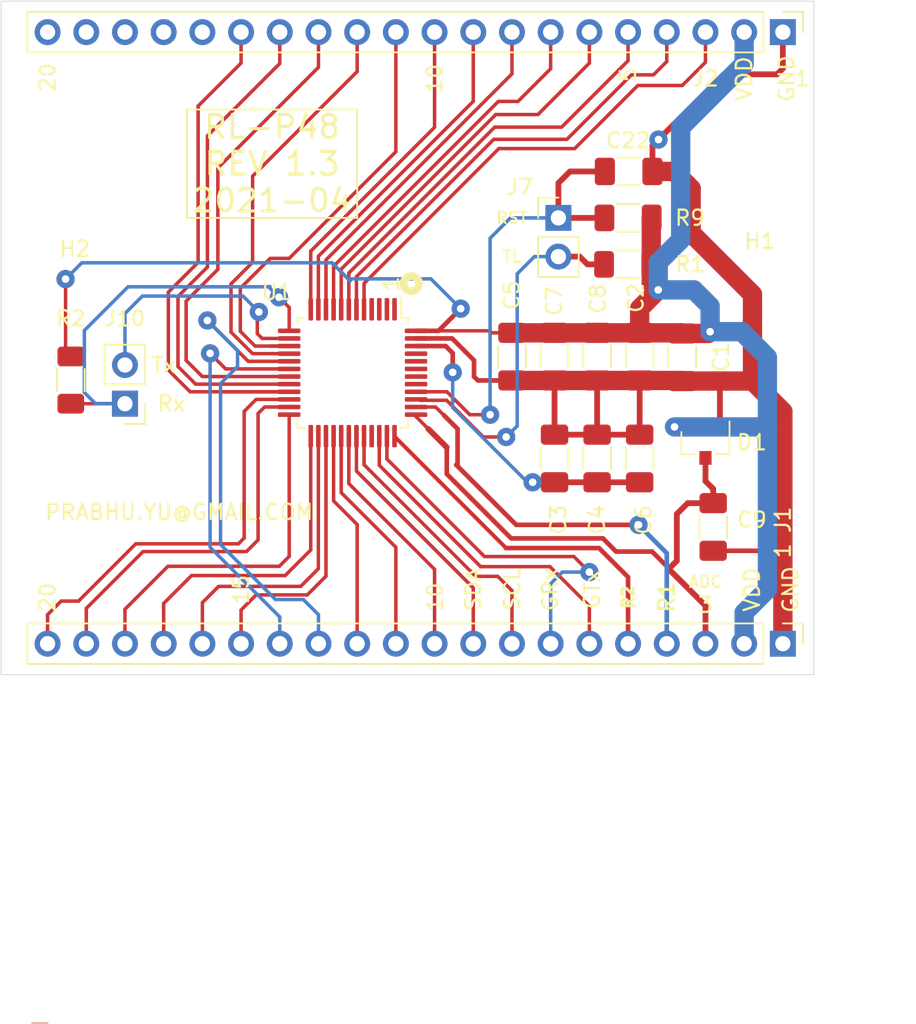
<source format=kicad_pcb>
(kicad_pcb (version 20171130) (host pcbnew "(5.1.10)-1")

  (general
    (thickness 1.6)
    (drawings 39)
    (tracks 364)
    (zones 0)
    (modules 21)
    (nets 39)
  )

  (page A4)
  (layers
    (0 F.Cu signal)
    (31 B.Cu signal)
    (33 F.Adhes user)
    (35 F.Paste user)
    (37 F.SilkS user)
    (38 B.Mask user)
    (39 F.Mask user)
    (40 Dwgs.User user)
    (41 Cmts.User user)
    (42 Eco1.User user)
    (43 Eco2.User user)
    (44 Edge.Cuts user)
    (45 Margin user)
    (46 B.CrtYd user)
    (47 F.CrtYd user)
    (49 F.Fab user)
  )

  (setup
    (last_trace_width 0.2286)
    (user_trace_width 0.2286)
    (user_trace_width 0.3048)
    (user_trace_width 0.381)
    (user_trace_width 0.508)
    (user_trace_width 0.762)
    (user_trace_width 1.27)
    (trace_clearance 0.1778)
    (zone_clearance 1.524)
    (zone_45_only yes)
    (trace_min 0.2286)
    (via_size 1.2)
    (via_drill 0.5)
    (via_min_size 1.2)
    (via_min_drill 0.5)
    (uvia_size 0.3)
    (uvia_drill 0.1)
    (uvias_allowed no)
    (uvia_min_size 0.2)
    (uvia_min_drill 0.1)
    (edge_width 0.05)
    (segment_width 0.2)
    (pcb_text_width 0.3)
    (pcb_text_size 1.5 1.5)
    (mod_edge_width 0.12)
    (mod_text_size 1 1)
    (mod_text_width 0.15)
    (pad_size 1.5 0.4)
    (pad_drill 0)
    (pad_to_mask_clearance 0.051)
    (solder_mask_min_width 0.25)
    (aux_axis_origin 0 0)
    (visible_elements 7FFDFFFF)
    (pcbplotparams
      (layerselection 0x010e0_ffffffff)
      (usegerberextensions false)
      (usegerberattributes false)
      (usegerberadvancedattributes false)
      (creategerberjobfile false)
      (excludeedgelayer true)
      (linewidth 0.100000)
      (plotframeref false)
      (viasonmask false)
      (mode 1)
      (useauxorigin false)
      (hpglpennumber 1)
      (hpglpenspeed 20)
      (hpglpendiameter 15.000000)
      (psnegative false)
      (psa4output false)
      (plotreference true)
      (plotvalue false)
      (plotinvisibletext false)
      (padsonsilk false)
      (subtractmaskfromsilk false)
      (outputformat 1)
      (mirror false)
      (drillshape 0)
      (scaleselection 1)
      (outputdirectory "GERBER/"))
  )

  (net 0 "")
  (net 1 GND)
  (net 2 VDD)
  (net 3 REGC)
  (net 4 reset)
  (net 5 SCL)
  (net 6 SDA)
  (net 7 tool0)
  (net 8 TX_DBG)
  (net 9 RX_DBG)
  (net 10 GPIO_08)
  (net 11 GPIO_09)
  (net 12 GPIO_10)
  (net 13 GPIO_02)
  (net 14 GPIO_11)
  (net 15 GPIO_12)
  (net 16 GPIO_13)
  (net 17 GPIO_14)
  (net 18 GPIO_15)
  (net 19 GPIO_03)
  (net 20 GPIO_16)
  (net 21 GPIO_04)
  (net 22 GPIO_17)
  (net 23 GPIO_05)
  (net 24 GPIO_06)
  (net 25 GPIO_07)
  (net 26 GPIO_18)
  (net 27 GPIO_19)
  (net 28 GPIO_20)
  (net 29 GPIO_21)
  (net 30 ADC)
  (net 31 GPIO_01)
  (net 32 GPIO_26)
  (net 33 GPIO_25)
  (net 34 GPIO_24)
  (net 35 GPIO_23)
  (net 36 GPIO_22)
  (net 37 uc-TX)
  (net 38 uc-RX)

  (net_class Default "This is the default net class."
    (clearance 0.1778)
    (trace_width 0.2286)
    (via_dia 1.2)
    (via_drill 0.5)
    (uvia_dia 0.3)
    (uvia_drill 0.1)
    (diff_pair_width 0.381)
    (diff_pair_gap 0.25)
    (add_net ADC)
    (add_net GND)
    (add_net GPIO_01)
    (add_net GPIO_02)
    (add_net GPIO_03)
    (add_net GPIO_04)
    (add_net GPIO_05)
    (add_net GPIO_06)
    (add_net GPIO_07)
    (add_net GPIO_08)
    (add_net GPIO_09)
    (add_net GPIO_10)
    (add_net GPIO_11)
    (add_net GPIO_12)
    (add_net GPIO_13)
    (add_net GPIO_14)
    (add_net GPIO_15)
    (add_net GPIO_16)
    (add_net GPIO_17)
    (add_net GPIO_18)
    (add_net GPIO_19)
    (add_net GPIO_20)
    (add_net GPIO_21)
    (add_net GPIO_22)
    (add_net GPIO_23)
    (add_net GPIO_24)
    (add_net GPIO_25)
    (add_net GPIO_26)
    (add_net REGC)
    (add_net RX_DBG)
    (add_net SCL)
    (add_net SDA)
    (add_net TX_DBG)
    (add_net VDD)
    (add_net reset)
    (add_net tool0)
    (add_net uc-RX)
    (add_net uc-TX)
  )

  (module Connector_PinHeader_2.54mm:PinHeader_1x20_P2.54mm_Vertical (layer F.Cu) (tedit 59FED5CC) (tstamp 606CC819)
    (at 170.18 66.548 270)
    (descr "Through hole straight pin header, 1x20, 2.54mm pitch, single row")
    (tags "Through hole pin header THT 1x20 2.54mm single row")
    (path /6071B227)
    (fp_text reference J2 (at 3.048 5.08 180) (layer F.SilkS)
      (effects (font (size 1 1) (thickness 0.15)))
    )
    (fp_text value Conn_01x20 (at 0 50.59 90) (layer F.Fab)
      (effects (font (size 1 1) (thickness 0.15)))
    )
    (fp_line (start -0.635 -1.27) (end 1.27 -1.27) (layer F.Fab) (width 0.1))
    (fp_line (start 1.27 -1.27) (end 1.27 49.53) (layer F.Fab) (width 0.1))
    (fp_line (start 1.27 49.53) (end -1.27 49.53) (layer F.Fab) (width 0.1))
    (fp_line (start -1.27 49.53) (end -1.27 -0.635) (layer F.Fab) (width 0.1))
    (fp_line (start -1.27 -0.635) (end -0.635 -1.27) (layer F.Fab) (width 0.1))
    (fp_line (start -1.33 49.59) (end 1.33 49.59) (layer F.SilkS) (width 0.12))
    (fp_line (start -1.33 1.27) (end -1.33 49.59) (layer F.SilkS) (width 0.12))
    (fp_line (start 1.33 1.27) (end 1.33 49.59) (layer F.SilkS) (width 0.12))
    (fp_line (start -1.33 1.27) (end 1.33 1.27) (layer F.SilkS) (width 0.12))
    (fp_line (start -1.33 0) (end -1.33 -1.33) (layer F.SilkS) (width 0.12))
    (fp_line (start -1.33 -1.33) (end 0 -1.33) (layer F.SilkS) (width 0.12))
    (fp_line (start -1.8 -1.8) (end -1.8 50.05) (layer F.CrtYd) (width 0.05))
    (fp_line (start -1.8 50.05) (end 1.8 50.05) (layer F.CrtYd) (width 0.05))
    (fp_line (start 1.8 50.05) (end 1.8 -1.8) (layer F.CrtYd) (width 0.05))
    (fp_line (start 1.8 -1.8) (end -1.8 -1.8) (layer F.CrtYd) (width 0.05))
    (fp_text user %R (at 0 24.13) (layer F.Fab)
      (effects (font (size 1 1) (thickness 0.15)))
    )
    (pad 1 thru_hole rect (at 0 0 270) (size 1.7 1.7) (drill 1) (layers *.Cu *.Mask)
      (net 1 GND))
    (pad 2 thru_hole oval (at 0 2.54 270) (size 1.7 1.7) (drill 1) (layers *.Cu *.Mask)
      (net 2 VDD))
    (pad 3 thru_hole oval (at 0 5.08 270) (size 1.7 1.7) (drill 1) (layers *.Cu *.Mask)
      (net 32 GPIO_26))
    (pad 4 thru_hole oval (at 0 7.62 270) (size 1.7 1.7) (drill 1) (layers *.Cu *.Mask)
      (net 33 GPIO_25))
    (pad 5 thru_hole oval (at 0 10.16 270) (size 1.7 1.7) (drill 1) (layers *.Cu *.Mask)
      (net 34 GPIO_24))
    (pad 6 thru_hole oval (at 0 12.7 270) (size 1.7 1.7) (drill 1) (layers *.Cu *.Mask)
      (net 35 GPIO_23))
    (pad 7 thru_hole oval (at 0 15.24 270) (size 1.7 1.7) (drill 1) (layers *.Cu *.Mask)
      (net 36 GPIO_22))
    (pad 8 thru_hole oval (at 0 17.78 270) (size 1.7 1.7) (drill 1) (layers *.Cu *.Mask)
      (net 29 GPIO_21))
    (pad 9 thru_hole oval (at 0 20.32 270) (size 1.7 1.7) (drill 1) (layers *.Cu *.Mask)
      (net 28 GPIO_20))
    (pad 10 thru_hole oval (at 0 22.86 270) (size 1.7 1.7) (drill 1) (layers *.Cu *.Mask)
      (net 27 GPIO_19))
    (pad 11 thru_hole oval (at 0 25.4 270) (size 1.7 1.7) (drill 1) (layers *.Cu *.Mask)
      (net 26 GPIO_18))
    (pad 12 thru_hole oval (at 0 27.94 270) (size 1.7 1.7) (drill 1) (layers *.Cu *.Mask)
      (net 22 GPIO_17))
    (pad 13 thru_hole oval (at 0 30.48 270) (size 1.7 1.7) (drill 1) (layers *.Cu *.Mask)
      (net 20 GPIO_16))
    (pad 14 thru_hole oval (at 0 33.02 270) (size 1.7 1.7) (drill 1) (layers *.Cu *.Mask)
      (net 18 GPIO_15))
    (pad 15 thru_hole oval (at 0 35.56 270) (size 1.7 1.7) (drill 1) (layers *.Cu *.Mask)
      (net 17 GPIO_14))
    (pad 16 thru_hole oval (at 0 38.1 270) (size 1.7 1.7) (drill 1) (layers *.Cu *.Mask))
    (pad 17 thru_hole oval (at 0 40.64 270) (size 1.7 1.7) (drill 1) (layers *.Cu *.Mask))
    (pad 18 thru_hole oval (at 0 43.18 270) (size 1.7 1.7) (drill 1) (layers *.Cu *.Mask))
    (pad 19 thru_hole oval (at 0 45.72 270) (size 1.7 1.7) (drill 1) (layers *.Cu *.Mask))
    (pad 20 thru_hole oval (at 0 48.26 270) (size 1.7 1.7) (drill 1) (layers *.Cu *.Mask))
    (model ${KISYS3DMOD}/Connector_PinHeader_2.54mm.3dshapes/PinHeader_1x20_P2.54mm_Vertical.wrl
      (at (xyz 0 0 0))
      (scale (xyz 1 1 1))
      (rotate (xyz 0 0 0))
    )
  )

  (module MountingHole:MountingHole_4mm (layer F.Cu) (tedit 56D1B4CB) (tstamp 606D361D)
    (at 168.656 75.2856)
    (descr "Mounting Hole 4mm, no annular")
    (tags "mounting hole 4mm no annular")
    (path /5F38B85A)
    (attr virtual)
    (fp_text reference H1 (at 0 4.9784) (layer F.SilkS)
      (effects (font (size 1 1) (thickness 0.15)))
    )
    (fp_text value MountingHole (at 0 5) (layer F.Fab)
      (effects (font (size 1 1) (thickness 0.15)))
    )
    (fp_circle (center 0 0) (end 4 0) (layer Cmts.User) (width 0.15))
    (fp_circle (center 0 0) (end 4.25 0) (layer F.CrtYd) (width 0.05))
    (fp_text user %R (at 0.3 0) (layer F.Fab)
      (effects (font (size 1 1) (thickness 0.15)))
    )
    (pad 1 np_thru_hole circle (at 0 0) (size 4 4) (drill 4) (layers *.Cu *.Mask))
  )

  (module Connector_PinHeader_2.54mm:PinHeader_1x02_P2.54mm_Vertical (layer F.Cu) (tedit 59FED5CC) (tstamp 606EDCA0)
    (at 155.448 78.74)
    (descr "Through hole straight pin header, 1x02, 2.54mm pitch, single row")
    (tags "Through hole pin header THT 1x02 2.54mm single row")
    (path /5E5FF204)
    (fp_text reference J7 (at -2.54 -2.032) (layer F.SilkS)
      (effects (font (size 1 1) (thickness 0.15)))
    )
    (fp_text value Conn_01x02 (at 0 4.87) (layer F.Fab)
      (effects (font (size 1 1) (thickness 0.15)))
    )
    (fp_line (start -0.635 -1.27) (end 1.27 -1.27) (layer F.Fab) (width 0.1))
    (fp_line (start 1.27 -1.27) (end 1.27 3.81) (layer F.Fab) (width 0.1))
    (fp_line (start 1.27 3.81) (end -1.27 3.81) (layer F.Fab) (width 0.1))
    (fp_line (start -1.27 3.81) (end -1.27 -0.635) (layer F.Fab) (width 0.1))
    (fp_line (start -1.27 -0.635) (end -0.635 -1.27) (layer F.Fab) (width 0.1))
    (fp_line (start -1.33 3.87) (end 1.33 3.87) (layer F.SilkS) (width 0.12))
    (fp_line (start -1.33 1.27) (end -1.33 3.87) (layer F.SilkS) (width 0.12))
    (fp_line (start 1.33 1.27) (end 1.33 3.87) (layer F.SilkS) (width 0.12))
    (fp_line (start -1.33 1.27) (end 1.33 1.27) (layer F.SilkS) (width 0.12))
    (fp_line (start -1.33 0) (end -1.33 -1.33) (layer F.SilkS) (width 0.12))
    (fp_line (start -1.33 -1.33) (end 0 -1.33) (layer F.SilkS) (width 0.12))
    (fp_line (start -1.8 -1.8) (end -1.8 4.35) (layer F.CrtYd) (width 0.05))
    (fp_line (start -1.8 4.35) (end 1.8 4.35) (layer F.CrtYd) (width 0.05))
    (fp_line (start 1.8 4.35) (end 1.8 -1.8) (layer F.CrtYd) (width 0.05))
    (fp_line (start 1.8 -1.8) (end -1.8 -1.8) (layer F.CrtYd) (width 0.05))
    (fp_text user %R (at 0 1.27 -270) (layer F.Fab)
      (effects (font (size 1 1) (thickness 0.15)))
    )
    (pad 1 thru_hole rect (at 0 0) (size 1.7 1.7) (drill 1) (layers *.Cu *.Mask)
      (net 4 reset))
    (pad 2 thru_hole oval (at 0 2.54) (size 1.7 1.7) (drill 1) (layers *.Cu *.Mask)
      (net 7 tool0))
    (model ${KISYS3DMOD}/Connector_PinHeader_2.54mm.3dshapes/PinHeader_1x02_P2.54mm_Vertical.wrl
      (at (xyz 0 0 0))
      (scale (xyz 1 1 1))
      (rotate (xyz 0 0 0))
    )
  )

  (module Connector_PinHeader_2.54mm:PinHeader_1x02_P2.54mm_Vertical (layer F.Cu) (tedit 5EB141F5) (tstamp 5E7E253E)
    (at 127 90.932 180)
    (descr "Through hole straight pin header, 1x02, 2.54mm pitch, single row")
    (tags "Through hole pin header THT 1x02 2.54mm single row")
    (path /5E601536)
    (fp_text reference J10 (at 0 5.588) (layer F.SilkS)
      (effects (font (size 1 1) (thickness 0.15)))
    )
    (fp_text value Conn_01x02 (at 0 4.87) (layer F.Fab)
      (effects (font (size 1 1) (thickness 0.15)))
    )
    (fp_line (start 1.8 -1.8) (end -1.8 -1.8) (layer F.CrtYd) (width 0.05))
    (fp_line (start 1.8 4.35) (end 1.8 -1.8) (layer F.CrtYd) (width 0.05))
    (fp_line (start -1.8 4.35) (end 1.8 4.35) (layer F.CrtYd) (width 0.05))
    (fp_line (start -1.8 -1.8) (end -1.8 4.35) (layer F.CrtYd) (width 0.05))
    (fp_line (start -1.33 -1.33) (end 0 -1.33) (layer F.SilkS) (width 0.12))
    (fp_line (start -1.33 0) (end -1.33 -1.33) (layer F.SilkS) (width 0.12))
    (fp_line (start -1.33 1.27) (end 1.33 1.27) (layer F.SilkS) (width 0.12))
    (fp_line (start 1.33 1.27) (end 1.33 3.87) (layer F.SilkS) (width 0.12))
    (fp_line (start -1.33 1.27) (end -1.33 3.87) (layer F.SilkS) (width 0.12))
    (fp_line (start -1.33 3.87) (end 1.33 3.87) (layer F.SilkS) (width 0.12))
    (fp_line (start -1.27 -0.635) (end -0.635 -1.27) (layer F.Fab) (width 0.1))
    (fp_line (start -1.27 3.81) (end -1.27 -0.635) (layer F.Fab) (width 0.1))
    (fp_line (start 1.27 3.81) (end -1.27 3.81) (layer F.Fab) (width 0.1))
    (fp_line (start 1.27 -1.27) (end 1.27 3.81) (layer F.Fab) (width 0.1))
    (fp_line (start -0.635 -1.27) (end 1.27 -1.27) (layer F.Fab) (width 0.1))
    (fp_text user %R (at 0 1.27 90) (layer F.Fab)
      (effects (font (size 1 1) (thickness 0.15)))
    )
    (pad 2 thru_hole oval (at 0 2.54 180) (size 1.7 1.7) (drill 1) (layers *.Cu *.Mask)
      (net 8 TX_DBG))
    (pad 1 thru_hole rect (at 0 0 180) (size 1.7 1.7) (drill 1) (layers *.Cu *.Mask)
      (net 9 RX_DBG))
    (model ${KISYS3DMOD}/Connector_PinHeader_2.54mm.3dshapes/PinHeader_1x02_P2.54mm_Vertical.wrl
      (at (xyz 0 0 0))
      (scale (xyz 1 1 1))
      (rotate (xyz 0 0 0))
    )
  )

  (module MountingHole:MountingHole_4mm (layer F.Cu) (tedit 56D1B4CB) (tstamp 607056DF)
    (at 123.952 75.2856)
    (descr "Mounting Hole 4mm, no annular")
    (tags "mounting hole 4mm no annular")
    (path /5F38AD4D)
    (attr virtual)
    (fp_text reference H2 (at -0.254 5.4864) (layer F.SilkS)
      (effects (font (size 1 1) (thickness 0.15)))
    )
    (fp_text value MountingHole (at 0 5) (layer F.Fab)
      (effects (font (size 1 1) (thickness 0.15)))
    )
    (fp_circle (center 0 0) (end 4.25 0) (layer F.CrtYd) (width 0.05))
    (fp_circle (center 0 0) (end 4 0) (layer Cmts.User) (width 0.15))
    (fp_text user %R (at 0.3 0) (layer F.Fab)
      (effects (font (size 1 1) (thickness 0.15)))
    )
    (pad 1 np_thru_hole circle (at 0 0) (size 4 4) (drill 4) (layers *.Cu *.Mask))
  )

  (module Capacitor_SMD:C_1206_3216Metric_Pad1.33x1.80mm_HandSolder (layer F.Cu) (tedit 5F68FEEF) (tstamp 606BCCC4)
    (at 163.576 87.884 90)
    (descr "Capacitor SMD 1206 (3216 Metric), square (rectangular) end terminal, IPC_7351 nominal with elongated pad for handsoldering. (Body size source: IPC-SM-782 page 76, https://www.pcb-3d.com/wordpress/wp-content/uploads/ipc-sm-782a_amendment_1_and_2.pdf), generated with kicad-footprint-generator")
    (tags "capacitor handsolder")
    (path /607342F7)
    (attr smd)
    (fp_text reference C1 (at 0 2.54 90) (layer F.SilkS)
      (effects (font (size 1 1) (thickness 0.15)))
    )
    (fp_text value 0.1uF (at 0 1.85 90) (layer F.Fab)
      (effects (font (size 1 1) (thickness 0.15)))
    )
    (fp_line (start -1.6 0.8) (end -1.6 -0.8) (layer F.Fab) (width 0.1))
    (fp_line (start -1.6 -0.8) (end 1.6 -0.8) (layer F.Fab) (width 0.1))
    (fp_line (start 1.6 -0.8) (end 1.6 0.8) (layer F.Fab) (width 0.1))
    (fp_line (start 1.6 0.8) (end -1.6 0.8) (layer F.Fab) (width 0.1))
    (fp_line (start -0.711252 -0.91) (end 0.711252 -0.91) (layer F.SilkS) (width 0.12))
    (fp_line (start -0.711252 0.91) (end 0.711252 0.91) (layer F.SilkS) (width 0.12))
    (fp_line (start -2.48 1.15) (end -2.48 -1.15) (layer F.CrtYd) (width 0.05))
    (fp_line (start -2.48 -1.15) (end 2.48 -1.15) (layer F.CrtYd) (width 0.05))
    (fp_line (start 2.48 -1.15) (end 2.48 1.15) (layer F.CrtYd) (width 0.05))
    (fp_line (start 2.48 1.15) (end -2.48 1.15) (layer F.CrtYd) (width 0.05))
    (fp_text user %R (at 0 0 90) (layer F.Fab)
      (effects (font (size 0.8 0.8) (thickness 0.12)))
    )
    (pad 1 smd roundrect (at -1.5625 0 90) (size 1.325 1.8) (layers F.Cu F.Paste F.Mask) (roundrect_rratio 0.188679)
      (net 1 GND))
    (pad 2 smd roundrect (at 1.5625 0 90) (size 1.325 1.8) (layers F.Cu F.Paste F.Mask) (roundrect_rratio 0.188679)
      (net 2 VDD))
    (model ${KISYS3DMOD}/Capacitor_SMD.3dshapes/C_1206_3216Metric.wrl
      (at (xyz 0 0 0))
      (scale (xyz 1 1 1))
      (rotate (xyz 0 0 0))
    )
  )

  (module Capacitor_SMD:C_1206_3216Metric_Pad1.33x1.80mm_HandSolder (layer F.Cu) (tedit 5F68FEEF) (tstamp 606BCCC5)
    (at 160.782 87.8455 90)
    (descr "Capacitor SMD 1206 (3216 Metric), square (rectangular) end terminal, IPC_7351 nominal with elongated pad for handsoldering. (Body size source: IPC-SM-782 page 76, https://www.pcb-3d.com/wordpress/wp-content/uploads/ipc-sm-782a_amendment_1_and_2.pdf), generated with kicad-footprint-generator")
    (tags "capacitor handsolder")
    (path /5CFCDA6E)
    (attr smd)
    (fp_text reference C2 (at 3.8477 -0.254 90) (layer F.SilkS)
      (effects (font (size 1 1) (thickness 0.15)))
    )
    (fp_text value 0.1uF (at 0 1.85 90) (layer F.Fab)
      (effects (font (size 1 1) (thickness 0.15)))
    )
    (fp_line (start -1.6 0.8) (end -1.6 -0.8) (layer F.Fab) (width 0.1))
    (fp_line (start -1.6 -0.8) (end 1.6 -0.8) (layer F.Fab) (width 0.1))
    (fp_line (start 1.6 -0.8) (end 1.6 0.8) (layer F.Fab) (width 0.1))
    (fp_line (start 1.6 0.8) (end -1.6 0.8) (layer F.Fab) (width 0.1))
    (fp_line (start -0.711252 -0.91) (end 0.711252 -0.91) (layer F.SilkS) (width 0.12))
    (fp_line (start -0.711252 0.91) (end 0.711252 0.91) (layer F.SilkS) (width 0.12))
    (fp_line (start -2.48 1.15) (end -2.48 -1.15) (layer F.CrtYd) (width 0.05))
    (fp_line (start -2.48 -1.15) (end 2.48 -1.15) (layer F.CrtYd) (width 0.05))
    (fp_line (start 2.48 -1.15) (end 2.48 1.15) (layer F.CrtYd) (width 0.05))
    (fp_line (start 2.48 1.15) (end -2.48 1.15) (layer F.CrtYd) (width 0.05))
    (fp_text user %R (at 0 0 90) (layer F.Fab)
      (effects (font (size 0.8 0.8) (thickness 0.12)))
    )
    (pad 1 smd roundrect (at -1.5625 0 90) (size 1.325 1.8) (layers F.Cu F.Paste F.Mask) (roundrect_rratio 0.188679)
      (net 1 GND))
    (pad 2 smd roundrect (at 1.5625 0 90) (size 1.325 1.8) (layers F.Cu F.Paste F.Mask) (roundrect_rratio 0.188679)
      (net 2 VDD))
    (model ${KISYS3DMOD}/Capacitor_SMD.3dshapes/C_1206_3216Metric.wrl
      (at (xyz 0 0 0))
      (scale (xyz 1 1 1))
      (rotate (xyz 0 0 0))
    )
  )

  (module Capacitor_SMD:C_1206_3216Metric_Pad1.33x1.80mm_HandSolder (layer F.Cu) (tedit 5F68FEEF) (tstamp 606C3029)
    (at 155.194 94.5265 270)
    (descr "Capacitor SMD 1206 (3216 Metric), square (rectangular) end terminal, IPC_7351 nominal with elongated pad for handsoldering. (Body size source: IPC-SM-782 page 76, https://www.pcb-3d.com/wordpress/wp-content/uploads/ipc-sm-782a_amendment_1_and_2.pdf), generated with kicad-footprint-generator")
    (tags "capacitor handsolder")
    (path /5CFD9456)
    (attr smd)
    (fp_text reference C3 (at 4.0255 -0.254 90) (layer F.SilkS)
      (effects (font (size 1 1) (thickness 0.15)))
    )
    (fp_text value 1uF (at 0 1.85 90) (layer F.Fab)
      (effects (font (size 1 1) (thickness 0.15)))
    )
    (fp_line (start 2.48 1.15) (end -2.48 1.15) (layer F.CrtYd) (width 0.05))
    (fp_line (start 2.48 -1.15) (end 2.48 1.15) (layer F.CrtYd) (width 0.05))
    (fp_line (start -2.48 -1.15) (end 2.48 -1.15) (layer F.CrtYd) (width 0.05))
    (fp_line (start -2.48 1.15) (end -2.48 -1.15) (layer F.CrtYd) (width 0.05))
    (fp_line (start -0.711252 0.91) (end 0.711252 0.91) (layer F.SilkS) (width 0.12))
    (fp_line (start -0.711252 -0.91) (end 0.711252 -0.91) (layer F.SilkS) (width 0.12))
    (fp_line (start 1.6 0.8) (end -1.6 0.8) (layer F.Fab) (width 0.1))
    (fp_line (start 1.6 -0.8) (end 1.6 0.8) (layer F.Fab) (width 0.1))
    (fp_line (start -1.6 -0.8) (end 1.6 -0.8) (layer F.Fab) (width 0.1))
    (fp_line (start -1.6 0.8) (end -1.6 -0.8) (layer F.Fab) (width 0.1))
    (fp_text user %R (at 0 0 90) (layer F.Fab)
      (effects (font (size 0.8 0.8) (thickness 0.12)))
    )
    (pad 2 smd roundrect (at 1.5625 0 270) (size 1.325 1.8) (layers F.Cu F.Paste F.Mask) (roundrect_rratio 0.188679)
      (net 3 REGC))
    (pad 1 smd roundrect (at -1.5625 0 270) (size 1.325 1.8) (layers F.Cu F.Paste F.Mask) (roundrect_rratio 0.188679)
      (net 1 GND))
    (model ${KISYS3DMOD}/Capacitor_SMD.3dshapes/C_1206_3216Metric.wrl
      (at (xyz 0 0 0))
      (scale (xyz 1 1 1))
      (rotate (xyz 0 0 0))
    )
  )

  (module Capacitor_SMD:C_1206_3216Metric_Pad1.33x1.80mm_HandSolder (layer F.Cu) (tedit 5F68FEEF) (tstamp 606BCCE5)
    (at 157.988 94.5265 270)
    (descr "Capacitor SMD 1206 (3216 Metric), square (rectangular) end terminal, IPC_7351 nominal with elongated pad for handsoldering. (Body size source: IPC-SM-782 page 76, https://www.pcb-3d.com/wordpress/wp-content/uploads/ipc-sm-782a_amendment_1_and_2.pdf), generated with kicad-footprint-generator")
    (tags "capacitor handsolder")
    (path /5CFD8223)
    (attr smd)
    (fp_text reference C4 (at 4.0255 0 90) (layer F.SilkS)
      (effects (font (size 1 1) (thickness 0.15)))
    )
    (fp_text value 1uF (at 0 1.85 90) (layer F.Fab)
      (effects (font (size 1 1) (thickness 0.15)))
    )
    (fp_line (start -1.6 0.8) (end -1.6 -0.8) (layer F.Fab) (width 0.1))
    (fp_line (start -1.6 -0.8) (end 1.6 -0.8) (layer F.Fab) (width 0.1))
    (fp_line (start 1.6 -0.8) (end 1.6 0.8) (layer F.Fab) (width 0.1))
    (fp_line (start 1.6 0.8) (end -1.6 0.8) (layer F.Fab) (width 0.1))
    (fp_line (start -0.711252 -0.91) (end 0.711252 -0.91) (layer F.SilkS) (width 0.12))
    (fp_line (start -0.711252 0.91) (end 0.711252 0.91) (layer F.SilkS) (width 0.12))
    (fp_line (start -2.48 1.15) (end -2.48 -1.15) (layer F.CrtYd) (width 0.05))
    (fp_line (start -2.48 -1.15) (end 2.48 -1.15) (layer F.CrtYd) (width 0.05))
    (fp_line (start 2.48 -1.15) (end 2.48 1.15) (layer F.CrtYd) (width 0.05))
    (fp_line (start 2.48 1.15) (end -2.48 1.15) (layer F.CrtYd) (width 0.05))
    (fp_text user %R (at 0 0 90) (layer F.Fab)
      (effects (font (size 0.8 0.8) (thickness 0.12)))
    )
    (pad 1 smd roundrect (at -1.5625 0 270) (size 1.325 1.8) (layers F.Cu F.Paste F.Mask) (roundrect_rratio 0.188679)
      (net 1 GND))
    (pad 2 smd roundrect (at 1.5625 0 270) (size 1.325 1.8) (layers F.Cu F.Paste F.Mask) (roundrect_rratio 0.188679)
      (net 3 REGC))
    (model ${KISYS3DMOD}/Capacitor_SMD.3dshapes/C_1206_3216Metric.wrl
      (at (xyz 0 0 0))
      (scale (xyz 1 1 1))
      (rotate (xyz 0 0 0))
    )
  )

  (module Capacitor_SMD:C_1206_3216Metric_Pad1.33x1.80mm_HandSolder (layer F.Cu) (tedit 5F68FEEF) (tstamp 606BCCF5)
    (at 152.4 87.8455 90)
    (descr "Capacitor SMD 1206 (3216 Metric), square (rectangular) end terminal, IPC_7351 nominal with elongated pad for handsoldering. (Body size source: IPC-SM-782 page 76, https://www.pcb-3d.com/wordpress/wp-content/uploads/ipc-sm-782a_amendment_1_and_2.pdf), generated with kicad-footprint-generator")
    (tags "capacitor handsolder")
    (path /5CFC7614)
    (attr smd)
    (fp_text reference C5 (at 4.0255 -0.0254 90) (layer F.SilkS)
      (effects (font (size 1 1) (thickness 0.15)))
    )
    (fp_text value 1uF (at 0 1.85 90) (layer F.Fab)
      (effects (font (size 1 1) (thickness 0.15)))
    )
    (fp_line (start 2.48 1.15) (end -2.48 1.15) (layer F.CrtYd) (width 0.05))
    (fp_line (start 2.48 -1.15) (end 2.48 1.15) (layer F.CrtYd) (width 0.05))
    (fp_line (start -2.48 -1.15) (end 2.48 -1.15) (layer F.CrtYd) (width 0.05))
    (fp_line (start -2.48 1.15) (end -2.48 -1.15) (layer F.CrtYd) (width 0.05))
    (fp_line (start -0.711252 0.91) (end 0.711252 0.91) (layer F.SilkS) (width 0.12))
    (fp_line (start -0.711252 -0.91) (end 0.711252 -0.91) (layer F.SilkS) (width 0.12))
    (fp_line (start 1.6 0.8) (end -1.6 0.8) (layer F.Fab) (width 0.1))
    (fp_line (start 1.6 -0.8) (end 1.6 0.8) (layer F.Fab) (width 0.1))
    (fp_line (start -1.6 -0.8) (end 1.6 -0.8) (layer F.Fab) (width 0.1))
    (fp_line (start -1.6 0.8) (end -1.6 -0.8) (layer F.Fab) (width 0.1))
    (fp_text user %R (at 0 0 90) (layer F.Fab)
      (effects (font (size 0.8 0.8) (thickness 0.12)))
    )
    (pad 2 smd roundrect (at 1.5625 0 90) (size 1.325 1.8) (layers F.Cu F.Paste F.Mask) (roundrect_rratio 0.188679)
      (net 2 VDD))
    (pad 1 smd roundrect (at -1.5625 0 90) (size 1.325 1.8) (layers F.Cu F.Paste F.Mask) (roundrect_rratio 0.188679)
      (net 1 GND))
    (model ${KISYS3DMOD}/Capacitor_SMD.3dshapes/C_1206_3216Metric.wrl
      (at (xyz 0 0 0))
      (scale (xyz 1 1 1))
      (rotate (xyz 0 0 0))
    )
  )

  (module Capacitor_SMD:C_1206_3216Metric_Pad1.33x1.80mm_HandSolder (layer F.Cu) (tedit 5F68FEEF) (tstamp 606BCD05)
    (at 160.782 94.5265 270)
    (descr "Capacitor SMD 1206 (3216 Metric), square (rectangular) end terminal, IPC_7351 nominal with elongated pad for handsoldering. (Body size source: IPC-SM-782 page 76, https://www.pcb-3d.com/wordpress/wp-content/uploads/ipc-sm-782a_amendment_1_and_2.pdf), generated with kicad-footprint-generator")
    (tags "capacitor handsolder")
    (path /5CFD7E1E)
    (attr smd)
    (fp_text reference C6 (at 4.0255 -0.254 90) (layer F.SilkS)
      (effects (font (size 1 1) (thickness 0.15)))
    )
    (fp_text value 0.1uF (at 0 1.85 90) (layer F.Fab)
      (effects (font (size 1 1) (thickness 0.15)))
    )
    (fp_line (start 2.48 1.15) (end -2.48 1.15) (layer F.CrtYd) (width 0.05))
    (fp_line (start 2.48 -1.15) (end 2.48 1.15) (layer F.CrtYd) (width 0.05))
    (fp_line (start -2.48 -1.15) (end 2.48 -1.15) (layer F.CrtYd) (width 0.05))
    (fp_line (start -2.48 1.15) (end -2.48 -1.15) (layer F.CrtYd) (width 0.05))
    (fp_line (start -0.711252 0.91) (end 0.711252 0.91) (layer F.SilkS) (width 0.12))
    (fp_line (start -0.711252 -0.91) (end 0.711252 -0.91) (layer F.SilkS) (width 0.12))
    (fp_line (start 1.6 0.8) (end -1.6 0.8) (layer F.Fab) (width 0.1))
    (fp_line (start 1.6 -0.8) (end 1.6 0.8) (layer F.Fab) (width 0.1))
    (fp_line (start -1.6 -0.8) (end 1.6 -0.8) (layer F.Fab) (width 0.1))
    (fp_line (start -1.6 0.8) (end -1.6 -0.8) (layer F.Fab) (width 0.1))
    (fp_text user %R (at 0 0 90) (layer F.Fab)
      (effects (font (size 0.8 0.8) (thickness 0.12)))
    )
    (pad 2 smd roundrect (at 1.5625 0 270) (size 1.325 1.8) (layers F.Cu F.Paste F.Mask) (roundrect_rratio 0.188679)
      (net 3 REGC))
    (pad 1 smd roundrect (at -1.5625 0 270) (size 1.325 1.8) (layers F.Cu F.Paste F.Mask) (roundrect_rratio 0.188679)
      (net 1 GND))
    (model ${KISYS3DMOD}/Capacitor_SMD.3dshapes/C_1206_3216Metric.wrl
      (at (xyz 0 0 0))
      (scale (xyz 1 1 1))
      (rotate (xyz 0 0 0))
    )
  )

  (module Capacitor_SMD:C_1206_3216Metric_Pad1.33x1.80mm_HandSolder (layer F.Cu) (tedit 5F68FEEF) (tstamp 606BCD15)
    (at 155.194 87.8455 90)
    (descr "Capacitor SMD 1206 (3216 Metric), square (rectangular) end terminal, IPC_7351 nominal with elongated pad for handsoldering. (Body size source: IPC-SM-782 page 76, https://www.pcb-3d.com/wordpress/wp-content/uploads/ipc-sm-782a_amendment_1_and_2.pdf), generated with kicad-footprint-generator")
    (tags "capacitor handsolder")
    (path /5CFC6D7A)
    (attr smd)
    (fp_text reference C7 (at 3.6445 -0.0254 90) (layer F.SilkS)
      (effects (font (size 1 1) (thickness 0.15)))
    )
    (fp_text value 0.1uF (at 0 1.85 90) (layer F.Fab)
      (effects (font (size 1 1) (thickness 0.15)))
    )
    (fp_line (start -1.6 0.8) (end -1.6 -0.8) (layer F.Fab) (width 0.1))
    (fp_line (start -1.6 -0.8) (end 1.6 -0.8) (layer F.Fab) (width 0.1))
    (fp_line (start 1.6 -0.8) (end 1.6 0.8) (layer F.Fab) (width 0.1))
    (fp_line (start 1.6 0.8) (end -1.6 0.8) (layer F.Fab) (width 0.1))
    (fp_line (start -0.711252 -0.91) (end 0.711252 -0.91) (layer F.SilkS) (width 0.12))
    (fp_line (start -0.711252 0.91) (end 0.711252 0.91) (layer F.SilkS) (width 0.12))
    (fp_line (start -2.48 1.15) (end -2.48 -1.15) (layer F.CrtYd) (width 0.05))
    (fp_line (start -2.48 -1.15) (end 2.48 -1.15) (layer F.CrtYd) (width 0.05))
    (fp_line (start 2.48 -1.15) (end 2.48 1.15) (layer F.CrtYd) (width 0.05))
    (fp_line (start 2.48 1.15) (end -2.48 1.15) (layer F.CrtYd) (width 0.05))
    (fp_text user %R (at 0 0 90) (layer F.Fab)
      (effects (font (size 0.8 0.8) (thickness 0.12)))
    )
    (pad 1 smd roundrect (at -1.5625 0 90) (size 1.325 1.8) (layers F.Cu F.Paste F.Mask) (roundrect_rratio 0.188679)
      (net 1 GND))
    (pad 2 smd roundrect (at 1.5625 0 90) (size 1.325 1.8) (layers F.Cu F.Paste F.Mask) (roundrect_rratio 0.188679)
      (net 2 VDD))
    (model ${KISYS3DMOD}/Capacitor_SMD.3dshapes/C_1206_3216Metric.wrl
      (at (xyz 0 0 0))
      (scale (xyz 1 1 1))
      (rotate (xyz 0 0 0))
    )
  )

  (module Capacitor_SMD:C_1206_3216Metric_Pad1.33x1.80mm_HandSolder (layer F.Cu) (tedit 5F68FEEF) (tstamp 606BCD25)
    (at 157.988 87.8455 90)
    (descr "Capacitor SMD 1206 (3216 Metric), square (rectangular) end terminal, IPC_7351 nominal with elongated pad for handsoldering. (Body size source: IPC-SM-782 page 76, https://www.pcb-3d.com/wordpress/wp-content/uploads/ipc-sm-782a_amendment_1_and_2.pdf), generated with kicad-footprint-generator")
    (tags "capacitor handsolder")
    (path /5CFC6045)
    (attr smd)
    (fp_text reference C8 (at 3.7969 0.0508 90) (layer F.SilkS)
      (effects (font (size 1 1) (thickness 0.15)))
    )
    (fp_text value 1uF (at 0 1.85 90) (layer F.Fab)
      (effects (font (size 1 1) (thickness 0.15)))
    )
    (fp_line (start 2.48 1.15) (end -2.48 1.15) (layer F.CrtYd) (width 0.05))
    (fp_line (start 2.48 -1.15) (end 2.48 1.15) (layer F.CrtYd) (width 0.05))
    (fp_line (start -2.48 -1.15) (end 2.48 -1.15) (layer F.CrtYd) (width 0.05))
    (fp_line (start -2.48 1.15) (end -2.48 -1.15) (layer F.CrtYd) (width 0.05))
    (fp_line (start -0.711252 0.91) (end 0.711252 0.91) (layer F.SilkS) (width 0.12))
    (fp_line (start -0.711252 -0.91) (end 0.711252 -0.91) (layer F.SilkS) (width 0.12))
    (fp_line (start 1.6 0.8) (end -1.6 0.8) (layer F.Fab) (width 0.1))
    (fp_line (start 1.6 -0.8) (end 1.6 0.8) (layer F.Fab) (width 0.1))
    (fp_line (start -1.6 -0.8) (end 1.6 -0.8) (layer F.Fab) (width 0.1))
    (fp_line (start -1.6 0.8) (end -1.6 -0.8) (layer F.Fab) (width 0.1))
    (fp_text user %R (at 0 0 90) (layer F.Fab)
      (effects (font (size 0.8 0.8) (thickness 0.12)))
    )
    (pad 2 smd roundrect (at 1.5625 0 90) (size 1.325 1.8) (layers F.Cu F.Paste F.Mask) (roundrect_rratio 0.188679)
      (net 2 VDD))
    (pad 1 smd roundrect (at -1.5625 0 90) (size 1.325 1.8) (layers F.Cu F.Paste F.Mask) (roundrect_rratio 0.188679)
      (net 1 GND))
    (model ${KISYS3DMOD}/Capacitor_SMD.3dshapes/C_1206_3216Metric.wrl
      (at (xyz 0 0 0))
      (scale (xyz 1 1 1))
      (rotate (xyz 0 0 0))
    )
  )

  (module Capacitor_SMD:C_1206_3216Metric_Pad1.33x1.80mm_HandSolder (layer F.Cu) (tedit 5F68FEEF) (tstamp 606BCD35)
    (at 160.0585 75.692)
    (descr "Capacitor SMD 1206 (3216 Metric), square (rectangular) end terminal, IPC_7351 nominal with elongated pad for handsoldering. (Body size source: IPC-SM-782 page 76, https://www.pcb-3d.com/wordpress/wp-content/uploads/ipc-sm-782a_amendment_1_and_2.pdf), generated with kicad-footprint-generator")
    (tags "capacitor handsolder")
    (path /5E3A0A75)
    (attr smd)
    (fp_text reference C22 (at -0.0385 -2.032) (layer F.SilkS)
      (effects (font (size 1 1) (thickness 0.15)))
    )
    (fp_text value 0.1uF (at 0 1.85) (layer F.Fab)
      (effects (font (size 1 1) (thickness 0.15)))
    )
    (fp_line (start -1.6 0.8) (end -1.6 -0.8) (layer F.Fab) (width 0.1))
    (fp_line (start -1.6 -0.8) (end 1.6 -0.8) (layer F.Fab) (width 0.1))
    (fp_line (start 1.6 -0.8) (end 1.6 0.8) (layer F.Fab) (width 0.1))
    (fp_line (start 1.6 0.8) (end -1.6 0.8) (layer F.Fab) (width 0.1))
    (fp_line (start -0.711252 -0.91) (end 0.711252 -0.91) (layer F.SilkS) (width 0.12))
    (fp_line (start -0.711252 0.91) (end 0.711252 0.91) (layer F.SilkS) (width 0.12))
    (fp_line (start -2.48 1.15) (end -2.48 -1.15) (layer F.CrtYd) (width 0.05))
    (fp_line (start -2.48 -1.15) (end 2.48 -1.15) (layer F.CrtYd) (width 0.05))
    (fp_line (start 2.48 -1.15) (end 2.48 1.15) (layer F.CrtYd) (width 0.05))
    (fp_line (start 2.48 1.15) (end -2.48 1.15) (layer F.CrtYd) (width 0.05))
    (fp_text user %R (at 0 0) (layer F.Fab)
      (effects (font (size 0.8 0.8) (thickness 0.12)))
    )
    (pad 1 smd roundrect (at -1.5625 0) (size 1.325 1.8) (layers F.Cu F.Paste F.Mask) (roundrect_rratio 0.188679)
      (net 4 reset))
    (pad 2 smd roundrect (at 1.5625 0) (size 1.325 1.8) (layers F.Cu F.Paste F.Mask) (roundrect_rratio 0.188679)
      (net 1 GND))
    (model ${KISYS3DMOD}/Capacitor_SMD.3dshapes/C_1206_3216Metric.wrl
      (at (xyz 0 0 0))
      (scale (xyz 1 1 1))
      (rotate (xyz 0 0 0))
    )
  )

  (module Resistor_SMD:R_1206_3216Metric_Pad1.30x1.75mm_HandSolder (layer F.Cu) (tedit 5F68FEEE) (tstamp 606BCD45)
    (at 159.994 81.788)
    (descr "Resistor SMD 1206 (3216 Metric), square (rectangular) end terminal, IPC_7351 nominal with elongated pad for handsoldering. (Body size source: IPC-SM-782 page 72, https://www.pcb-3d.com/wordpress/wp-content/uploads/ipc-sm-782a_amendment_1_and_2.pdf), generated with kicad-footprint-generator")
    (tags "resistor handsolder")
    (path /5CFDCFF4)
    (attr smd)
    (fp_text reference R1 (at 4.09 0) (layer F.SilkS)
      (effects (font (size 1 1) (thickness 0.15)))
    )
    (fp_text value 4.7K (at 0 1.82) (layer F.Fab)
      (effects (font (size 1 1) (thickness 0.15)))
    )
    (fp_line (start -1.6 0.8) (end -1.6 -0.8) (layer F.Fab) (width 0.1))
    (fp_line (start -1.6 -0.8) (end 1.6 -0.8) (layer F.Fab) (width 0.1))
    (fp_line (start 1.6 -0.8) (end 1.6 0.8) (layer F.Fab) (width 0.1))
    (fp_line (start 1.6 0.8) (end -1.6 0.8) (layer F.Fab) (width 0.1))
    (fp_line (start -0.727064 -0.91) (end 0.727064 -0.91) (layer F.SilkS) (width 0.12))
    (fp_line (start -0.727064 0.91) (end 0.727064 0.91) (layer F.SilkS) (width 0.12))
    (fp_line (start -2.45 1.12) (end -2.45 -1.12) (layer F.CrtYd) (width 0.05))
    (fp_line (start -2.45 -1.12) (end 2.45 -1.12) (layer F.CrtYd) (width 0.05))
    (fp_line (start 2.45 -1.12) (end 2.45 1.12) (layer F.CrtYd) (width 0.05))
    (fp_line (start 2.45 1.12) (end -2.45 1.12) (layer F.CrtYd) (width 0.05))
    (fp_text user %R (at 0 0) (layer F.Fab)
      (effects (font (size 0.8 0.8) (thickness 0.12)))
    )
    (pad 1 smd roundrect (at -1.55 0) (size 1.3 1.75) (layers F.Cu F.Paste F.Mask) (roundrect_rratio 0.192308)
      (net 7 tool0))
    (pad 2 smd roundrect (at 1.55 0) (size 1.3 1.75) (layers F.Cu F.Paste F.Mask) (roundrect_rratio 0.192308)
      (net 2 VDD))
    (model ${KISYS3DMOD}/Resistor_SMD.3dshapes/R_1206_3216Metric.wrl
      (at (xyz 0 0 0))
      (scale (xyz 1 1 1))
      (rotate (xyz 0 0 0))
    )
  )

  (module Resistor_SMD:R_1206_3216Metric_Pad1.30x1.75mm_HandSolder (layer F.Cu) (tedit 5F68FEEE) (tstamp 606BCD55)
    (at 123.444 89.382 90)
    (descr "Resistor SMD 1206 (3216 Metric), square (rectangular) end terminal, IPC_7351 nominal with elongated pad for handsoldering. (Body size source: IPC-SM-782 page 72, https://www.pcb-3d.com/wordpress/wp-content/uploads/ipc-sm-782a_amendment_1_and_2.pdf), generated with kicad-footprint-generator")
    (tags "resistor handsolder")
    (path /5E9658B0)
    (attr smd)
    (fp_text reference R2 (at 4.038 0 180) (layer F.SilkS)
      (effects (font (size 1 1) (thickness 0.15)))
    )
    (fp_text value 10K (at 0 1.82 90) (layer F.Fab)
      (effects (font (size 1 1) (thickness 0.15)))
    )
    (fp_line (start -1.6 0.8) (end -1.6 -0.8) (layer F.Fab) (width 0.1))
    (fp_line (start -1.6 -0.8) (end 1.6 -0.8) (layer F.Fab) (width 0.1))
    (fp_line (start 1.6 -0.8) (end 1.6 0.8) (layer F.Fab) (width 0.1))
    (fp_line (start 1.6 0.8) (end -1.6 0.8) (layer F.Fab) (width 0.1))
    (fp_line (start -0.727064 -0.91) (end 0.727064 -0.91) (layer F.SilkS) (width 0.12))
    (fp_line (start -0.727064 0.91) (end 0.727064 0.91) (layer F.SilkS) (width 0.12))
    (fp_line (start -2.45 1.12) (end -2.45 -1.12) (layer F.CrtYd) (width 0.05))
    (fp_line (start -2.45 -1.12) (end 2.45 -1.12) (layer F.CrtYd) (width 0.05))
    (fp_line (start 2.45 -1.12) (end 2.45 1.12) (layer F.CrtYd) (width 0.05))
    (fp_line (start 2.45 1.12) (end -2.45 1.12) (layer F.CrtYd) (width 0.05))
    (fp_text user %R (at 0 0 90) (layer F.Fab)
      (effects (font (size 0.8 0.8) (thickness 0.12)))
    )
    (pad 1 smd roundrect (at -1.55 0 90) (size 1.3 1.75) (layers F.Cu F.Paste F.Mask) (roundrect_rratio 0.192308)
      (net 9 RX_DBG))
    (pad 2 smd roundrect (at 1.55 0 90) (size 1.3 1.75) (layers F.Cu F.Paste F.Mask) (roundrect_rratio 0.192308)
      (net 2 VDD))
    (model ${KISYS3DMOD}/Resistor_SMD.3dshapes/R_1206_3216Metric.wrl
      (at (xyz 0 0 0))
      (scale (xyz 1 1 1))
      (rotate (xyz 0 0 0))
    )
  )

  (module Resistor_SMD:R_1206_3216Metric_Pad1.30x1.75mm_HandSolder (layer F.Cu) (tedit 5F68FEEE) (tstamp 606DB08F)
    (at 160.02 78.74)
    (descr "Resistor SMD 1206 (3216 Metric), square (rectangular) end terminal, IPC_7351 nominal with elongated pad for handsoldering. (Body size source: IPC-SM-782 page 72, https://www.pcb-3d.com/wordpress/wp-content/uploads/ipc-sm-782a_amendment_1_and_2.pdf), generated with kicad-footprint-generator")
    (tags "resistor handsolder")
    (path /5E30EE44)
    (attr smd)
    (fp_text reference R9 (at 4.064 0) (layer F.SilkS)
      (effects (font (size 1 1) (thickness 0.15)))
    )
    (fp_text value 10K (at 0 1.82) (layer F.Fab)
      (effects (font (size 1 1) (thickness 0.15)))
    )
    (fp_line (start 2.45 1.12) (end -2.45 1.12) (layer F.CrtYd) (width 0.05))
    (fp_line (start 2.45 -1.12) (end 2.45 1.12) (layer F.CrtYd) (width 0.05))
    (fp_line (start -2.45 -1.12) (end 2.45 -1.12) (layer F.CrtYd) (width 0.05))
    (fp_line (start -2.45 1.12) (end -2.45 -1.12) (layer F.CrtYd) (width 0.05))
    (fp_line (start -0.727064 0.91) (end 0.727064 0.91) (layer F.SilkS) (width 0.12))
    (fp_line (start -0.727064 -0.91) (end 0.727064 -0.91) (layer F.SilkS) (width 0.12))
    (fp_line (start 1.6 0.8) (end -1.6 0.8) (layer F.Fab) (width 0.1))
    (fp_line (start 1.6 -0.8) (end 1.6 0.8) (layer F.Fab) (width 0.1))
    (fp_line (start -1.6 -0.8) (end 1.6 -0.8) (layer F.Fab) (width 0.1))
    (fp_line (start -1.6 0.8) (end -1.6 -0.8) (layer F.Fab) (width 0.1))
    (fp_text user %R (at 0 0) (layer F.Fab)
      (effects (font (size 0.8 0.8) (thickness 0.12)))
    )
    (pad 2 smd roundrect (at 1.55 0) (size 1.3 1.75) (layers F.Cu F.Paste F.Mask) (roundrect_rratio 0.192308)
      (net 2 VDD))
    (pad 1 smd roundrect (at -1.55 0) (size 1.3 1.75) (layers F.Cu F.Paste F.Mask) (roundrect_rratio 0.192308)
      (net 4 reset))
    (model ${KISYS3DMOD}/Resistor_SMD.3dshapes/R_1206_3216Metric.wrl
      (at (xyz 0 0 0))
      (scale (xyz 1 1 1))
      (rotate (xyz 0 0 0))
    )
  )

  (module Capacitor_SMD:C_1206_3216Metric_Pad1.33x1.80mm_HandSolder (layer F.Cu) (tedit 5F68FEEF) (tstamp 606C3302)
    (at 165.608 99.0215 270)
    (descr "Capacitor SMD 1206 (3216 Metric), square (rectangular) end terminal, IPC_7351 nominal with elongated pad for handsoldering. (Body size source: IPC-SM-782 page 76, https://www.pcb-3d.com/wordpress/wp-content/uploads/ipc-sm-782a_amendment_1_and_2.pdf), generated with kicad-footprint-generator")
    (tags "capacitor handsolder")
    (path /606DC026)
    (attr smd)
    (fp_text reference C9 (at -0.4695 -2.54 180) (layer F.SilkS)
      (effects (font (size 1 1) (thickness 0.15)))
    )
    (fp_text value 0.1uF (at 0 1.85 90) (layer F.Fab)
      (effects (font (size 1 1) (thickness 0.15)))
    )
    (fp_line (start -1.6 0.8) (end -1.6 -0.8) (layer F.Fab) (width 0.1))
    (fp_line (start -1.6 -0.8) (end 1.6 -0.8) (layer F.Fab) (width 0.1))
    (fp_line (start 1.6 -0.8) (end 1.6 0.8) (layer F.Fab) (width 0.1))
    (fp_line (start 1.6 0.8) (end -1.6 0.8) (layer F.Fab) (width 0.1))
    (fp_line (start -0.711252 -0.91) (end 0.711252 -0.91) (layer F.SilkS) (width 0.12))
    (fp_line (start -0.711252 0.91) (end 0.711252 0.91) (layer F.SilkS) (width 0.12))
    (fp_line (start -2.48 1.15) (end -2.48 -1.15) (layer F.CrtYd) (width 0.05))
    (fp_line (start -2.48 -1.15) (end 2.48 -1.15) (layer F.CrtYd) (width 0.05))
    (fp_line (start 2.48 -1.15) (end 2.48 1.15) (layer F.CrtYd) (width 0.05))
    (fp_line (start 2.48 1.15) (end -2.48 1.15) (layer F.CrtYd) (width 0.05))
    (fp_text user %R (at 0 0 90) (layer F.Fab)
      (effects (font (size 0.8 0.8) (thickness 0.12)))
    )
    (pad 1 smd roundrect (at -1.5625 0 270) (size 1.325 1.8) (layers F.Cu F.Paste F.Mask) (roundrect_rratio 0.188679)
      (net 30 ADC))
    (pad 2 smd roundrect (at 1.5625 0 270) (size 1.325 1.8) (layers F.Cu F.Paste F.Mask) (roundrect_rratio 0.188679)
      (net 1 GND))
    (model ${KISYS3DMOD}/Capacitor_SMD.3dshapes/C_1206_3216Metric.wrl
      (at (xyz 0 0 0))
      (scale (xyz 1 1 1))
      (rotate (xyz 0 0 0))
    )
  )

  (module Connector_PinHeader_2.54mm:PinHeader_1x20_P2.54mm_Vertical (layer F.Cu) (tedit 59FED5CC) (tstamp 606CC7F1)
    (at 170.18 106.68 270)
    (descr "Through hole straight pin header, 1x20, 2.54mm pitch, single row")
    (tags "Through hole pin header THT 1x20 2.54mm single row")
    (path /60715A39)
    (fp_text reference J1 (at -8.128 0 90) (layer F.SilkS)
      (effects (font (size 1 1) (thickness 0.15)))
    )
    (fp_text value Conn_01x20 (at 0 50.59 90) (layer F.Fab)
      (effects (font (size 1 1) (thickness 0.15)))
    )
    (fp_line (start 1.8 -1.8) (end -1.8 -1.8) (layer F.CrtYd) (width 0.05))
    (fp_line (start 1.8 50.05) (end 1.8 -1.8) (layer F.CrtYd) (width 0.05))
    (fp_line (start -1.8 50.05) (end 1.8 50.05) (layer F.CrtYd) (width 0.05))
    (fp_line (start -1.8 -1.8) (end -1.8 50.05) (layer F.CrtYd) (width 0.05))
    (fp_line (start -1.33 -1.33) (end 0 -1.33) (layer F.SilkS) (width 0.12))
    (fp_line (start -1.33 0) (end -1.33 -1.33) (layer F.SilkS) (width 0.12))
    (fp_line (start -1.33 1.27) (end 1.33 1.27) (layer F.SilkS) (width 0.12))
    (fp_line (start 1.33 1.27) (end 1.33 49.59) (layer F.SilkS) (width 0.12))
    (fp_line (start -1.33 1.27) (end -1.33 49.59) (layer F.SilkS) (width 0.12))
    (fp_line (start -1.33 49.59) (end 1.33 49.59) (layer F.SilkS) (width 0.12))
    (fp_line (start -1.27 -0.635) (end -0.635 -1.27) (layer F.Fab) (width 0.1))
    (fp_line (start -1.27 49.53) (end -1.27 -0.635) (layer F.Fab) (width 0.1))
    (fp_line (start 1.27 49.53) (end -1.27 49.53) (layer F.Fab) (width 0.1))
    (fp_line (start 1.27 -1.27) (end 1.27 49.53) (layer F.Fab) (width 0.1))
    (fp_line (start -0.635 -1.27) (end 1.27 -1.27) (layer F.Fab) (width 0.1))
    (fp_text user %R (at 0 24.13) (layer F.Fab)
      (effects (font (size 1 1) (thickness 0.15)))
    )
    (pad 20 thru_hole oval (at 0 48.26 270) (size 1.7 1.7) (drill 1) (layers *.Cu *.Mask)
      (net 16 GPIO_13))
    (pad 19 thru_hole oval (at 0 45.72 270) (size 1.7 1.7) (drill 1) (layers *.Cu *.Mask)
      (net 15 GPIO_12))
    (pad 18 thru_hole oval (at 0 43.18 270) (size 1.7 1.7) (drill 1) (layers *.Cu *.Mask)
      (net 14 GPIO_11))
    (pad 17 thru_hole oval (at 0 40.64 270) (size 1.7 1.7) (drill 1) (layers *.Cu *.Mask)
      (net 12 GPIO_10))
    (pad 16 thru_hole oval (at 0 38.1 270) (size 1.7 1.7) (drill 1) (layers *.Cu *.Mask)
      (net 11 GPIO_09))
    (pad 15 thru_hole oval (at 0 35.56 270) (size 1.7 1.7) (drill 1) (layers *.Cu *.Mask)
      (net 10 GPIO_08))
    (pad 14 thru_hole oval (at 0 33.02 270) (size 1.7 1.7) (drill 1) (layers *.Cu *.Mask)
      (net 5 SCL))
    (pad 13 thru_hole oval (at 0 30.48 270) (size 1.7 1.7) (drill 1) (layers *.Cu *.Mask)
      (net 6 SDA))
    (pad 12 thru_hole oval (at 0 27.94 270) (size 1.7 1.7) (drill 1) (layers *.Cu *.Mask)
      (net 25 GPIO_07))
    (pad 11 thru_hole oval (at 0 25.4 270) (size 1.7 1.7) (drill 1) (layers *.Cu *.Mask)
      (net 24 GPIO_06))
    (pad 10 thru_hole oval (at 0 22.86 270) (size 1.7 1.7) (drill 1) (layers *.Cu *.Mask)
      (net 23 GPIO_05))
    (pad 9 thru_hole oval (at 0 20.32 270) (size 1.7 1.7) (drill 1) (layers *.Cu *.Mask)
      (net 21 GPIO_04))
    (pad 8 thru_hole oval (at 0 17.78 270) (size 1.7 1.7) (drill 1) (layers *.Cu *.Mask)
      (net 19 GPIO_03))
    (pad 7 thru_hole oval (at 0 15.24 270) (size 1.7 1.7) (drill 1) (layers *.Cu *.Mask)
      (net 37 uc-TX))
    (pad 6 thru_hole oval (at 0 12.7 270) (size 1.7 1.7) (drill 1) (layers *.Cu *.Mask)
      (net 38 uc-RX))
    (pad 5 thru_hole oval (at 0 10.16 270) (size 1.7 1.7) (drill 1) (layers *.Cu *.Mask)
      (net 13 GPIO_02))
    (pad 4 thru_hole oval (at 0 7.62 270) (size 1.7 1.7) (drill 1) (layers *.Cu *.Mask)
      (net 31 GPIO_01))
    (pad 3 thru_hole oval (at 0 5.08 270) (size 1.7 1.7) (drill 1) (layers *.Cu *.Mask)
      (net 30 ADC))
    (pad 2 thru_hole oval (at 0 2.54 270) (size 1.7 1.7) (drill 1) (layers *.Cu *.Mask)
      (net 2 VDD))
    (pad 1 thru_hole rect (at 0 0 270) (size 1.7 1.7) (drill 1) (layers *.Cu *.Mask)
      (net 1 GND))
    (model ${KISYS3DMOD}/Connector_PinHeader_2.54mm.3dshapes/PinHeader_1x20_P2.54mm_Vertical.wrl
      (at (xyz 0 0 0))
      (scale (xyz 1 1 1))
      (rotate (xyz 0 0 0))
    )
  )

  (module Package_TO_SOT_SMD:SOT-23 (layer F.Cu) (tedit 5A02FF57) (tstamp 606F0A07)
    (at 165.1 93.488 270)
    (descr "SOT-23, Standard")
    (tags SOT-23)
    (path /60863660)
    (attr smd)
    (fp_text reference D1 (at -0.016 -3.048 180) (layer F.SilkS)
      (effects (font (size 1 1) (thickness 0.15)))
    )
    (fp_text value BAT54S (at 0 2.5 90) (layer F.Fab)
      (effects (font (size 1 1) (thickness 0.15)))
    )
    (fp_line (start 0.76 1.58) (end -0.7 1.58) (layer F.SilkS) (width 0.12))
    (fp_line (start 0.76 -1.58) (end -1.4 -1.58) (layer F.SilkS) (width 0.12))
    (fp_line (start -1.7 1.75) (end -1.7 -1.75) (layer F.CrtYd) (width 0.05))
    (fp_line (start 1.7 1.75) (end -1.7 1.75) (layer F.CrtYd) (width 0.05))
    (fp_line (start 1.7 -1.75) (end 1.7 1.75) (layer F.CrtYd) (width 0.05))
    (fp_line (start -1.7 -1.75) (end 1.7 -1.75) (layer F.CrtYd) (width 0.05))
    (fp_line (start 0.76 -1.58) (end 0.76 -0.65) (layer F.SilkS) (width 0.12))
    (fp_line (start 0.76 1.58) (end 0.76 0.65) (layer F.SilkS) (width 0.12))
    (fp_line (start -0.7 1.52) (end 0.7 1.52) (layer F.Fab) (width 0.1))
    (fp_line (start 0.7 -1.52) (end 0.7 1.52) (layer F.Fab) (width 0.1))
    (fp_line (start -0.7 -0.95) (end -0.15 -1.52) (layer F.Fab) (width 0.1))
    (fp_line (start -0.15 -1.52) (end 0.7 -1.52) (layer F.Fab) (width 0.1))
    (fp_line (start -0.7 -0.95) (end -0.7 1.5) (layer F.Fab) (width 0.1))
    (fp_text user %R (at 0 0) (layer F.Fab)
      (effects (font (size 0.5 0.5) (thickness 0.075)))
    )
    (pad 1 smd rect (at -1 -0.95 270) (size 0.9 0.8) (layers F.Cu F.Paste F.Mask)
      (net 1 GND))
    (pad 2 smd rect (at -1 0.95 270) (size 0.9 0.8) (layers F.Cu F.Paste F.Mask)
      (net 2 VDD))
    (pad 3 smd rect (at 1 0 270) (size 0.9 0.8) (layers F.Cu F.Paste F.Mask)
      (net 30 ADC))
    (model ${KISYS3DMOD}/Package_TO_SOT_SMD.3dshapes/SOT-23.wrl
      (at (xyz 0 0 0))
      (scale (xyz 1 1 1))
      (rotate (xyz 0 0 0))
    )
  )

  (module Package_QFP:LQFP-48_7x7mm_P0.5mm (layer F.Cu) (tedit 5D9F72AF) (tstamp 606FA6D5)
    (at 141.942 88.9 270)
    (descr "LQFP, 48 Pin (https://www.analog.com/media/en/technical-documentation/data-sheets/ltc2358-16.pdf), generated with kicad-footprint-generator ipc_gullwing_generator.py")
    (tags "LQFP QFP")
    (path /60708633)
    (attr smd)
    (fp_text reference U1 (at -5.29 4.9815 180) (layer F.SilkS)
      (effects (font (size 1 1) (thickness 0.15)))
    )
    (fp_text value RL78-LFQFP48-rev0.0 (at 0 5.85 90) (layer F.Fab)
      (effects (font (size 1 1) (thickness 0.15)))
    )
    (fp_line (start 5.15 3.15) (end 5.15 0) (layer F.CrtYd) (width 0.05))
    (fp_line (start 3.75 3.15) (end 5.15 3.15) (layer F.CrtYd) (width 0.05))
    (fp_line (start 3.75 3.75) (end 3.75 3.15) (layer F.CrtYd) (width 0.05))
    (fp_line (start 3.15 3.75) (end 3.75 3.75) (layer F.CrtYd) (width 0.05))
    (fp_line (start 3.15 5.15) (end 3.15 3.75) (layer F.CrtYd) (width 0.05))
    (fp_line (start 0 5.15) (end 3.15 5.15) (layer F.CrtYd) (width 0.05))
    (fp_line (start -5.15 3.15) (end -5.15 0) (layer F.CrtYd) (width 0.05))
    (fp_line (start -3.75 3.15) (end -5.15 3.15) (layer F.CrtYd) (width 0.05))
    (fp_line (start -3.75 3.75) (end -3.75 3.15) (layer F.CrtYd) (width 0.05))
    (fp_line (start -3.15 3.75) (end -3.75 3.75) (layer F.CrtYd) (width 0.05))
    (fp_line (start -3.15 5.15) (end -3.15 3.75) (layer F.CrtYd) (width 0.05))
    (fp_line (start 0 5.15) (end -3.15 5.15) (layer F.CrtYd) (width 0.05))
    (fp_line (start 5.15 -3.15) (end 5.15 0) (layer F.CrtYd) (width 0.05))
    (fp_line (start 3.75 -3.15) (end 5.15 -3.15) (layer F.CrtYd) (width 0.05))
    (fp_line (start 3.75 -3.75) (end 3.75 -3.15) (layer F.CrtYd) (width 0.05))
    (fp_line (start 3.15 -3.75) (end 3.75 -3.75) (layer F.CrtYd) (width 0.05))
    (fp_line (start 3.15 -5.15) (end 3.15 -3.75) (layer F.CrtYd) (width 0.05))
    (fp_line (start 0 -5.15) (end 3.15 -5.15) (layer F.CrtYd) (width 0.05))
    (fp_line (start -5.15 -3.15) (end -5.15 0) (layer F.CrtYd) (width 0.05))
    (fp_line (start -3.75 -3.15) (end -5.15 -3.15) (layer F.CrtYd) (width 0.05))
    (fp_line (start -3.75 -3.75) (end -3.75 -3.15) (layer F.CrtYd) (width 0.05))
    (fp_line (start -3.15 -3.75) (end -3.75 -3.75) (layer F.CrtYd) (width 0.05))
    (fp_line (start -3.15 -5.15) (end -3.15 -3.75) (layer F.CrtYd) (width 0.05))
    (fp_line (start 0 -5.15) (end -3.15 -5.15) (layer F.CrtYd) (width 0.05))
    (fp_line (start -3.5 -2.5) (end -2.5 -3.5) (layer F.Fab) (width 0.1))
    (fp_line (start -3.5 3.5) (end -3.5 -2.5) (layer F.Fab) (width 0.1))
    (fp_line (start 3.5 3.5) (end -3.5 3.5) (layer F.Fab) (width 0.1))
    (fp_line (start 3.5 -3.5) (end 3.5 3.5) (layer F.Fab) (width 0.1))
    (fp_line (start -2.5 -3.5) (end 3.5 -3.5) (layer F.Fab) (width 0.1))
    (fp_line (start -3.61 -3.16) (end -4.9 -3.16) (layer F.SilkS) (width 0.12))
    (fp_line (start -3.61 -3.61) (end -3.61 -3.16) (layer F.SilkS) (width 0.12))
    (fp_line (start -3.16 -3.61) (end -3.61 -3.61) (layer F.SilkS) (width 0.12))
    (fp_line (start 3.61 -3.61) (end 3.61 -3.16) (layer F.SilkS) (width 0.12))
    (fp_line (start 3.16 -3.61) (end 3.61 -3.61) (layer F.SilkS) (width 0.12))
    (fp_line (start -3.61 3.61) (end -3.61 3.16) (layer F.SilkS) (width 0.12))
    (fp_line (start -3.16 3.61) (end -3.61 3.61) (layer F.SilkS) (width 0.12))
    (fp_line (start 3.61 3.61) (end 3.61 3.16) (layer F.SilkS) (width 0.12))
    (fp_line (start 3.16 3.61) (end 3.61 3.61) (layer F.SilkS) (width 0.12))
    (fp_text user %R (at 0 0 90) (layer F.Fab)
      (effects (font (size 1 1) (thickness 0.15)))
    )
    (pad 1 smd roundrect (at -4.1625 -2.75 270) (size 1.475 0.3) (layers F.Cu F.Paste F.Mask) (roundrect_rratio 0.25))
    (pad 2 smd roundrect (at -4.1625 -2.25 270) (size 1.475 0.3) (layers F.Cu F.Paste F.Mask) (roundrect_rratio 0.25))
    (pad 3 smd roundrect (at -4.1625 -1.75 270) (size 1.475 0.3) (layers F.Cu F.Paste F.Mask) (roundrect_rratio 0.25))
    (pad 4 smd roundrect (at -4.1625 -1.25 270) (size 1.475 0.3) (layers F.Cu F.Paste F.Mask) (roundrect_rratio 0.25))
    (pad 5 smd roundrect (at -4.1625 -0.75 270) (size 1.475 0.3) (layers F.Cu F.Paste F.Mask) (roundrect_rratio 0.25)
      (net 32 GPIO_26))
    (pad 6 smd roundrect (at -4.1625 -0.25 270) (size 1.475 0.3) (layers F.Cu F.Paste F.Mask) (roundrect_rratio 0.25)
      (net 33 GPIO_25))
    (pad 7 smd roundrect (at -4.1625 0.25 270) (size 1.475 0.3) (layers F.Cu F.Paste F.Mask) (roundrect_rratio 0.25)
      (net 34 GPIO_24))
    (pad 8 smd roundrect (at -4.1625 0.75 270) (size 1.475 0.3) (layers F.Cu F.Paste F.Mask) (roundrect_rratio 0.25)
      (net 35 GPIO_23))
    (pad 9 smd roundrect (at -4.1625 1.25 270) (size 1.475 0.3) (layers F.Cu F.Paste F.Mask) (roundrect_rratio 0.25)
      (net 36 GPIO_22))
    (pad 10 smd roundrect (at -4.1625 1.75 270) (size 1.475 0.3) (layers F.Cu F.Paste F.Mask) (roundrect_rratio 0.25)
      (net 29 GPIO_21))
    (pad 11 smd roundrect (at -4.1625 2.25 270) (size 1.475 0.3) (layers F.Cu F.Paste F.Mask) (roundrect_rratio 0.25)
      (net 28 GPIO_20))
    (pad 12 smd roundrect (at -4.1625 2.75 270) (size 1.475 0.3) (layers F.Cu F.Paste F.Mask) (roundrect_rratio 0.25)
      (net 27 GPIO_19))
    (pad 13 smd roundrect (at -2.75 4.1625 270) (size 0.3 1.475) (layers F.Cu F.Paste F.Mask) (roundrect_rratio 0.25)
      (net 9 RX_DBG))
    (pad 14 smd roundrect (at -2.25 4.1625 270) (size 0.3 1.475) (layers F.Cu F.Paste F.Mask) (roundrect_rratio 0.25)
      (net 8 TX_DBG))
    (pad 15 smd roundrect (at -1.75 4.1625 270) (size 0.3 1.475) (layers F.Cu F.Paste F.Mask) (roundrect_rratio 0.25)
      (net 26 GPIO_18))
    (pad 16 smd roundrect (at -1.25 4.1625 270) (size 0.3 1.475) (layers F.Cu F.Paste F.Mask) (roundrect_rratio 0.25)
      (net 22 GPIO_17))
    (pad 17 smd roundrect (at -0.75 4.1625 270) (size 0.3 1.475) (layers F.Cu F.Paste F.Mask) (roundrect_rratio 0.25)
      (net 6 SDA))
    (pad 18 smd roundrect (at -0.25 4.1625 270) (size 0.3 1.475) (layers F.Cu F.Paste F.Mask) (roundrect_rratio 0.25)
      (net 5 SCL))
    (pad 19 smd roundrect (at 0.25 4.1625 270) (size 0.3 1.475) (layers F.Cu F.Paste F.Mask) (roundrect_rratio 0.25)
      (net 20 GPIO_16))
    (pad 20 smd roundrect (at 0.75 4.1625 270) (size 0.3 1.475) (layers F.Cu F.Paste F.Mask) (roundrect_rratio 0.25)
      (net 18 GPIO_15))
    (pad 21 smd roundrect (at 1.25 4.1625 270) (size 0.3 1.475) (layers F.Cu F.Paste F.Mask) (roundrect_rratio 0.25)
      (net 17 GPIO_14))
    (pad 22 smd roundrect (at 1.75 4.1625 270) (size 0.3 1.475) (layers F.Cu F.Paste F.Mask) (roundrect_rratio 0.25)
      (net 16 GPIO_13))
    (pad 23 smd roundrect (at 2.25 4.1625 270) (size 0.3 1.475) (layers F.Cu F.Paste F.Mask) (roundrect_rratio 0.25)
      (net 15 GPIO_12))
    (pad 24 smd roundrect (at 2.75 4.1625 270) (size 0.3 1.475) (layers F.Cu F.Paste F.Mask) (roundrect_rratio 0.25)
      (net 14 GPIO_11))
    (pad 25 smd roundrect (at 4.1625 2.75 270) (size 1.475 0.3) (layers F.Cu F.Paste F.Mask) (roundrect_rratio 0.25)
      (net 12 GPIO_10))
    (pad 26 smd roundrect (at 4.1625 2.25 270) (size 1.475 0.3) (layers F.Cu F.Paste F.Mask) (roundrect_rratio 0.25)
      (net 11 GPIO_09))
    (pad 27 smd roundrect (at 4.1625 1.75 270) (size 1.475 0.3) (layers F.Cu F.Paste F.Mask) (roundrect_rratio 0.25)
      (net 10 GPIO_08))
    (pad 28 smd roundrect (at 4.1625 1.25 270) (size 1.475 0.3) (layers F.Cu F.Paste F.Mask) (roundrect_rratio 0.25)
      (net 25 GPIO_07))
    (pad 29 smd roundrect (at 4.1625 0.75 270) (size 1.475 0.3) (layers F.Cu F.Paste F.Mask) (roundrect_rratio 0.25)
      (net 24 GPIO_06))
    (pad 30 smd roundrect (at 4.1625 0.25 270) (size 1.475 0.3) (layers F.Cu F.Paste F.Mask) (roundrect_rratio 0.25)
      (net 23 GPIO_05))
    (pad 31 smd roundrect (at 4.1625 -0.25 270) (size 1.475 0.3) (layers F.Cu F.Paste F.Mask) (roundrect_rratio 0.25)
      (net 21 GPIO_04))
    (pad 32 smd roundrect (at 4.1625 -0.75 270) (size 1.475 0.3) (layers F.Cu F.Paste F.Mask) (roundrect_rratio 0.25)
      (net 19 GPIO_03))
    (pad 33 smd roundrect (at 4.1625 -1.25 270) (size 1.475 0.3) (layers F.Cu F.Paste F.Mask) (roundrect_rratio 0.25))
    (pad 34 smd roundrect (at 4.1625 -1.75 270) (size 1.475 0.3) (layers F.Cu F.Paste F.Mask) (roundrect_rratio 0.25)
      (net 38 uc-RX))
    (pad 35 smd roundrect (at 4.1625 -2.25 270) (size 1.475 0.3) (layers F.Cu F.Paste F.Mask) (roundrect_rratio 0.25)
      (net 37 uc-TX))
    (pad 36 smd roundrect (at 4.1625 -2.75 270) (size 1.475 0.3) (layers F.Cu F.Paste F.Mask) (roundrect_rratio 0.25)
      (net 13 GPIO_02))
    (pad 37 smd roundrect (at 2.75 -4.1625 270) (size 0.3 1.475) (layers F.Cu F.Paste F.Mask) (roundrect_rratio 0.25)
      (net 30 ADC))
    (pad 38 smd roundrect (at 2.25 -4.1625 270) (size 0.3 1.475) (layers F.Cu F.Paste F.Mask) (roundrect_rratio 0.25)
      (net 31 GPIO_01))
    (pad 39 smd roundrect (at 1.75 -4.1625 270) (size 0.3 1.475) (layers F.Cu F.Paste F.Mask) (roundrect_rratio 0.25)
      (net 7 tool0))
    (pad 40 smd roundrect (at 1.25 -4.1625 270) (size 0.3 1.475) (layers F.Cu F.Paste F.Mask) (roundrect_rratio 0.25)
      (net 4 reset))
    (pad 41 smd roundrect (at 0.75 -4.1625 270) (size 0.3 1.475) (layers F.Cu F.Paste F.Mask) (roundrect_rratio 0.25))
    (pad 42 smd roundrect (at 0.25 -4.1625 270) (size 0.3 1.475) (layers F.Cu F.Paste F.Mask) (roundrect_rratio 0.25))
    (pad 43 smd roundrect (at -0.25 -4.1625 270) (size 0.3 1.475) (layers F.Cu F.Paste F.Mask) (roundrect_rratio 0.25))
    (pad 44 smd roundrect (at -0.75 -4.1625 270) (size 0.3 1.475) (layers F.Cu F.Paste F.Mask) (roundrect_rratio 0.25))
    (pad 45 smd roundrect (at -1.25 -4.1625 270) (size 0.3 1.475) (layers F.Cu F.Paste F.Mask) (roundrect_rratio 0.25))
    (pad 46 smd roundrect (at -1.75 -4.1625 270) (size 0.3 1.475) (layers F.Cu F.Paste F.Mask) (roundrect_rratio 0.25)
      (net 3 REGC))
    (pad 47 smd roundrect (at -2.25 -4.1625 270) (size 0.3 1.475) (layers F.Cu F.Paste F.Mask) (roundrect_rratio 0.25)
      (net 1 GND))
    (pad 48 smd roundrect (at -2.75 -4.1625 270) (size 0.3 1.475) (layers F.Cu F.Paste F.Mask) (roundrect_rratio 0.25)
      (net 2 VDD))
    (model ${KISYS3DMOD}/Package_QFP.3dshapes/LQFP-48_7x7mm_P0.5mm.wrl
      (at (xyz 0 0 0))
      (scale (xyz 1 1 1))
      (rotate (xyz 0 0 0))
    )
  )

  (gr_text PRABHU.YU@GMAIL.COM (at 130.556 98.044) (layer F.SilkS)
    (effects (font (size 1 1) (thickness 0.15)))
  )
  (gr_text VDD (at 167.64 69.596 90) (layer F.SilkS) (tstamp 60705676)
    (effects (font (size 1.016 1.016) (thickness 0.1524)))
  )
  (gr_circle (center 145.796 83.058) (end 146.304 83.058) (layer F.SilkS) (width 0.508))
  (gr_line (start 142.24 71.628) (end 131.064 71.628) (layer F.SilkS) (width 0.12) (tstamp 607053FA))
  (gr_line (start 142.24 78.74) (end 142.24 71.628) (layer F.SilkS) (width 0.12))
  (gr_line (start 131.064 78.74) (end 142.24 78.74) (layer F.SilkS) (width 0.12))
  (gr_line (start 131.064 71.628) (end 131.064 78.74) (layer F.SilkS) (width 0.12))
  (dimension 44.196 (width 0.15) (layer Dwgs.User)
    (gr_text "44.196 mm" (at 177.576 86.614 270) (layer Dwgs.User)
      (effects (font (size 1 1) (thickness 0.15)))
    )
    (feature1 (pts (xy 174.752 108.712) (xy 176.862421 108.712)))
    (feature2 (pts (xy 174.752 64.516) (xy 176.862421 64.516)))
    (crossbar (pts (xy 176.276 64.516) (xy 176.276 108.712)))
    (arrow1a (pts (xy 176.276 108.712) (xy 175.689579 107.585496)))
    (arrow1b (pts (xy 176.276 108.712) (xy 176.862421 107.585496)))
    (arrow2a (pts (xy 176.276 64.516) (xy 175.689579 65.642504)))
    (arrow2b (pts (xy 176.276 64.516) (xy 176.862421 65.642504)))
  )
  (dimension 53.34 (width 0.15) (layer Dwgs.User)
    (gr_text "53.340 mm" (at 145.542 114.076) (layer Dwgs.User)
      (effects (font (size 1 1) (thickness 0.15)))
    )
    (feature1 (pts (xy 172.212 111.252) (xy 172.212 113.362421)))
    (feature2 (pts (xy 118.872 111.252) (xy 118.872 113.362421)))
    (crossbar (pts (xy 118.872 112.776) (xy 172.212 112.776)))
    (arrow1a (pts (xy 172.212 112.776) (xy 171.085496 113.362421)))
    (arrow1b (pts (xy 172.212 112.776) (xy 171.085496 112.189579)))
    (arrow2a (pts (xy 118.872 112.776) (xy 119.998504 113.362421)))
    (arrow2b (pts (xy 118.872 112.776) (xy 119.998504 112.189579)))
  )
  (gr_text 15 (at 134.62 103.124 90) (layer F.SilkS) (tstamp 606F139C)
    (effects (font (size 1 1) (thickness 0.15)))
  )
  (gr_text SDA (at 149.86 103.124 90) (layer F.SilkS) (tstamp 606F19EB)
    (effects (font (size 1 1) (thickness 0.15)))
  )
  (gr_text GRx (at 154.9146 103.124 90) (layer F.SilkS) (tstamp 606F18E6)
    (effects (font (size 1 1) (thickness 0.15)))
  )
  (gr_text 1 (at 144.4625 83.058 90) (layer F.SilkS) (tstamp 606F13AC)
    (effects (font (size 1 1) (thickness 0.15)))
  )
  (gr_text 20 (at 121.92 69.5198 90) (layer F.SilkS) (tstamp 606F13AA)
    (effects (font (size 1 1) (thickness 0.15)))
  )
  (gr_text 10 (at 147.32 69.596 90) (layer F.SilkS) (tstamp 606F13A8)
    (effects (font (size 1 1) (thickness 0.15)))
  )
  (gr_text 5 (at 160.02 69.342 90) (layer F.SilkS) (tstamp 606F13A4)
    (effects (font (size 1 1) (thickness 0.15)))
  )
  (gr_text 1 (at 171.45 69.596) (layer F.SilkS) (tstamp 606F13A2)
    (effects (font (size 1 1) (thickness 0.15)))
  )
  (gr_text SCL (at 152.4254 103.124 90) (layer F.SilkS) (tstamp 606F13A0)
    (effects (font (size 1 1) (thickness 0.15)))
  )
  (gr_text 10 (at 147.3454 103.632 90) (layer F.SilkS) (tstamp 606F139E)
    (effects (font (size 1 1) (thickness 0.15)))
  )
  (gr_text GTx (at 157.6578 103.124 90) (layer F.SilkS) (tstamp 606F139A)
    (effects (font (size 1 1) (thickness 0.15)))
  )
  (gr_text 20 (at 121.92 103.632 90) (layer F.SilkS) (tstamp 606F1398)
    (effects (font (size 1 1) (thickness 0.15)))
  )
  (gr_line (start 118.872 108.712) (end 172.212 108.712) (layer Edge.Cuts) (width 0.05) (tstamp 606E8DD3))
  (gr_line (start 118.872 64.516) (end 172.212 64.516) (layer Edge.Cuts) (width 0.05) (tstamp 606E8C52))
  (gr_line (start 118.872 108.712) (end 118.872 64.516) (layer Edge.Cuts) (width 0.05))
  (gr_text Rx (at 130.048 90.932) (layer F.SilkS) (tstamp 5E9BD559)
    (effects (font (size 1 1) (thickness 0.15)))
  )
  (gr_text 3 (at 165.1 104.14) (layer F.SilkS)
    (effects (font (size 1 1) (thickness 0.15)))
  )
  (gr_text 1 (at 170.18 100.584 90) (layer F.SilkS)
    (effects (font (size 1 1) (thickness 0.15)))
  )
  (gr_text GND (at 170.688 103.124 90) (layer F.SilkS)
    (effects (font (size 1 1) (thickness 0.15)))
  )
  (gr_text TL (at 152.4 81.28) (layer F.SilkS) (tstamp 5E879604)
    (effects (font (size 0.762 0.762) (thickness 0.127)))
  )
  (gr_text RST (at 152.4 78.74) (layer F.SilkS) (tstamp 6067DBD4)
    (effects (font (size 0.762 0.762) (thickness 0.127)))
  )
  (gr_line (start 172.212 108.712) (end 172.212 64.516) (layer Edge.Cuts) (width 0.05))
  (gr_text VDD (at 168.148 103.124 90) (layer F.SilkS) (tstamp 5E7FADFF)
    (effects (font (size 1.016 1.016) (thickness 0.1524)))
  )
  (gr_text ADC (at 165.1 102.616) (layer F.SilkS) (tstamp 5E7FADA0)
    (effects (font (size 0.762 0.762) (thickness 0.127)))
  )
  (gr_text R2 (at 160.02 103.632 90) (layer F.SilkS) (tstamp 5E7FAD88)
    (effects (font (size 0.762 0.762) (thickness 0.1905)))
  )
  (gr_text R1 (at 162.56 103.632 90) (layer F.SilkS)
    (effects (font (size 1.016 1.016) (thickness 0.1905)))
  )
  (gr_text Tx (at 129.54 88.392) (layer F.SilkS)
    (effects (font (size 1 1) (thickness 0.15)))
  )
  (gr_text GND (at 170.434 69.596 90) (layer F.SilkS)
    (effects (font (size 1 1) (thickness 0.15)))
  )
  (gr_line (start 120.904 131.572) (end 121.92 131.572) (layer B.SilkS) (width 0.12))
  (gr_text "RL-P48\nREV 1.3\n2021-04" (at 136.652 75.184) (layer F.SilkS) (tstamp 606F1A31)
    (effects (font (size 1.5 1.5) (thickness 0.2032)))
  )

  (segment (start 170.18 68.9356) (end 169.799 69.3166) (width 0.381) (layer F.Cu) (net 1))
  (segment (start 170.18 66.548) (end 170.18 68.9356) (width 0.381) (layer F.Cu) (net 1) (status 10))
  (segment (start 166.298354 69.3166) (end 169.799 69.3166) (width 0.381) (layer F.Cu) (net 1))
  (via (at 162.016177 73.598777) (size 1.2) (drill 0.5) (layers F.Cu B.Cu) (net 1))
  (segment (start 161.621 73.993954) (end 162.016177 73.598777) (width 0.381) (layer F.Cu) (net 1))
  (segment (start 161.621 75.692) (end 161.621 73.993954) (width 0.381) (layer F.Cu) (net 1) (status 10))
  (segment (start 162.016177 73.598777) (end 166.298354 69.3166) (width 0.381) (layer F.Cu) (net 1))
  (segment (start 160.782 92.964) (end 157.988 92.964) (width 0.381) (layer F.Cu) (net 1) (status 30))
  (segment (start 157.988 92.964) (end 155.194 92.964) (width 0.381) (layer F.Cu) (net 1) (status 30))
  (segment (start 155.194 92.964) (end 155.194 89.408) (width 0.381) (layer F.Cu) (net 1) (status 30))
  (segment (start 157.988 92.964) (end 157.988 89.408) (width 0.381) (layer F.Cu) (net 1) (status 30))
  (segment (start 160.782 92.964) (end 160.782 89.408) (width 0.381) (layer F.Cu) (net 1) (status 30))
  (segment (start 166.05 89.85) (end 165.6465 89.4465) (width 0.381) (layer F.Cu) (net 1))
  (segment (start 166.05 92.488) (end 166.05 89.85) (width 0.381) (layer F.Cu) (net 1) (status 10))
  (segment (start 168.1865 89.4465) (end 165.6465 89.4465) (width 0.381) (layer F.Cu) (net 1))
  (segment (start 146.1045 86.65) (end 148.4736 86.65) (width 0.3048) (layer F.Cu) (net 1) (status 10))
  (segment (start 148.4736 86.65) (end 149.9108 88.0872) (width 0.3048) (layer F.Cu) (net 1))
  (segment (start 149.9108 88.0872) (end 149.9108 89.154) (width 0.3048) (layer F.Cu) (net 1))
  (segment (start 150.1648 89.408) (end 152.4 89.408) (width 0.3048) (layer F.Cu) (net 1) (status 20))
  (segment (start 149.9108 89.154) (end 150.1648 89.408) (width 0.3048) (layer F.Cu) (net 1))
  (segment (start 166.05 90.0786) (end 165.4179 89.4465) (width 0.3048) (layer F.Cu) (net 1))
  (segment (start 165.4179 89.4465) (end 163.576 89.4465) (width 0.381) (layer F.Cu) (net 1) (status 20))
  (segment (start 166.05 92.488) (end 166.05 90.0786) (width 0.3048) (layer F.Cu) (net 1) (status 10))
  (segment (start 165.6465 89.4465) (end 165.4179 89.4465) (width 0.381) (layer F.Cu) (net 1))
  (segment (start 170.1546 100.584) (end 170.18 100.5586) (width 0.3048) (layer F.Cu) (net 1))
  (segment (start 165.608 100.584) (end 170.1546 100.584) (width 0.3048) (layer F.Cu) (net 1) (status 10))
  (segment (start 170.18 100.5586) (end 170.18 91.44) (width 0.381) (layer F.Cu) (net 1))
  (segment (start 170.18 106.68) (end 170.18 100.5586) (width 0.381) (layer F.Cu) (net 1) (status 10))
  (segment (start 170.18 106.68) (end 170.18 91.44) (width 1.27) (layer F.Cu) (net 1) (status 10))
  (segment (start 168.1865 89.4465) (end 170.18 91.44) (width 1.27) (layer F.Cu) (net 1))
  (segment (start 163.576 89.4465) (end 168.1865 89.4465) (width 1.27) (layer F.Cu) (net 1) (status 10))
  (segment (start 161.621 75.692) (end 163.0426 75.692) (width 1.27) (layer F.Cu) (net 1) (status 10))
  (segment (start 163.0426 75.692) (end 164.1602 76.8096) (width 1.27) (layer F.Cu) (net 1))
  (segment (start 164.1602 76.8096) (end 164.1602 79.7306) (width 1.27) (layer F.Cu) (net 1))
  (segment (start 168.1865 83.7569) (end 168.1865 89.4465) (width 1.27) (layer F.Cu) (net 1))
  (segment (start 164.1602 79.7306) (end 168.1865 83.7569) (width 1.27) (layer F.Cu) (net 1))
  (segment (start 152.4 89.408) (end 155.194 89.408) (width 1.27) (layer F.Cu) (net 1) (status 30))
  (segment (start 155.194 89.408) (end 157.988 89.408) (width 1.27) (layer F.Cu) (net 1) (status 30))
  (segment (start 157.988 89.408) (end 160.782 89.408) (width 1.27) (layer F.Cu) (net 1) (status 30))
  (segment (start 163.5375 89.408) (end 163.576 89.4465) (width 1.27) (layer F.Cu) (net 1) (status 30))
  (segment (start 160.782 89.408) (end 163.5375 89.408) (width 1.27) (layer F.Cu) (net 1) (status 30))
  (via (at 165.4048 86.2076) (size 1.2) (drill 0.5) (layers F.Cu B.Cu) (net 2))
  (segment (start 161.544 78.258) (end 161.57 78.232) (width 0.2286) (layer F.Cu) (net 2) (status 30))
  (segment (start 161.544 81.788) (end 161.544 78.258) (width 0.2286) (layer F.Cu) (net 2) (status 30))
  (via (at 162.0012 83.4644) (size 1.2) (drill 0.5) (layers F.Cu B.Cu) (net 2))
  (segment (start 167.64 66.548) (end 167.64 68.1736) (width 0.381) (layer B.Cu) (net 2) (status 10))
  (segment (start 167.64 68.1736) (end 163.7792 72.0344) (width 0.381) (layer B.Cu) (net 2))
  (segment (start 163.7792 72.0344) (end 163.7792 74.0918) (width 0.381) (layer B.Cu) (net 2))
  (segment (start 163.7792 74.0918) (end 163.4744 74.3966) (width 0.381) (layer B.Cu) (net 2))
  (segment (start 163.4744 74.3966) (end 163.4744 80.1878) (width 0.381) (layer B.Cu) (net 2))
  (via (at 163.068 92.456) (size 1.2) (drill 0.5) (layers F.Cu B.Cu) (net 2))
  (segment (start 163.1 92.488) (end 163.068 92.456) (width 0.381) (layer F.Cu) (net 2))
  (segment (start 164.15 92.488) (end 163.1 92.488) (width 0.381) (layer F.Cu) (net 2) (status 10))
  (segment (start 163.068 92.456) (end 169.164 92.456) (width 0.381) (layer B.Cu) (net 2))
  (segment (start 169.164 92.456) (end 169.164 87.884) (width 0.381) (layer B.Cu) (net 2))
  (segment (start 169.164 103.124) (end 169.164 92.456) (width 0.381) (layer B.Cu) (net 2))
  (via (at 123.1011 82.7532) (size 1.2) (drill 0.5) (layers F.Cu B.Cu) (net 2))
  (segment (start 123.1011 87.4891) (end 123.444 87.832) (width 0.2286) (layer F.Cu) (net 2) (status 30))
  (segment (start 123.1011 82.7532) (end 123.1011 87.4891) (width 0.2286) (layer F.Cu) (net 2) (status 20))
  (segment (start 161.544 78.766) (end 161.57 78.74) (width 1.27) (layer F.Cu) (net 2) (status 30))
  (segment (start 161.544 81.788) (end 161.544 78.766) (width 1.27) (layer F.Cu) (net 2) (status 30))
  (segment (start 161.544 83.0072) (end 162.0012 83.4644) (width 1.27) (layer F.Cu) (net 2))
  (segment (start 161.544 81.788) (end 161.544 83.0072) (width 1.27) (layer F.Cu) (net 2) (status 10))
  (segment (start 160.782 84.6836) (end 162.0012 83.4644) (width 1.27) (layer F.Cu) (net 2))
  (segment (start 160.782 86.283) (end 160.782 84.6836) (width 1.27) (layer F.Cu) (net 2) (status 10))
  (segment (start 163.5375 86.283) (end 163.576 86.3215) (width 1.27) (layer F.Cu) (net 2) (status 30))
  (segment (start 160.782 86.283) (end 163.5375 86.283) (width 1.27) (layer F.Cu) (net 2) (status 30))
  (segment (start 160.782 86.283) (end 157.988 86.283) (width 1.27) (layer F.Cu) (net 2) (status 30))
  (segment (start 157.988 86.283) (end 155.194 86.283) (width 1.27) (layer F.Cu) (net 2) (status 30))
  (segment (start 155.194 86.283) (end 152.4 86.283) (width 1.27) (layer F.Cu) (net 2) (status 30))
  (segment (start 167.4876 86.2076) (end 169.0243 87.7443) (width 1.27) (layer B.Cu) (net 2))
  (segment (start 165.4048 86.2076) (end 167.4876 86.2076) (width 1.27) (layer B.Cu) (net 2))
  (segment (start 169.164 87.884) (end 169.0243 87.7443) (width 0.381) (layer B.Cu) (net 2))
  (segment (start 169.164 103.124) (end 167.64 104.648) (width 1.27) (layer B.Cu) (net 2))
  (segment (start 167.64 104.648) (end 167.64 106.68) (width 1.27) (layer B.Cu) (net 2) (status 20))
  (segment (start 163.068 92.456) (end 169.0878 92.456) (width 1.27) (layer B.Cu) (net 2))
  (segment (start 169.164 92.5322) (end 169.164 103.124) (width 1.27) (layer B.Cu) (net 2))
  (segment (start 169.0878 92.456) (end 169.164 92.5322) (width 1.27) (layer B.Cu) (net 2))
  (segment (start 169.164 87.884) (end 169.164 92.5322) (width 1.27) (layer B.Cu) (net 2))
  (segment (start 165.2909 86.3215) (end 165.4048 86.2076) (width 1.27) (layer F.Cu) (net 2))
  (segment (start 163.576 86.3215) (end 165.2909 86.3215) (width 1.27) (layer F.Cu) (net 2) (status 10))
  (segment (start 165.4048 84.5312) (end 164.338 83.4644) (width 1.27) (layer B.Cu) (net 2))
  (segment (start 165.4048 86.2076) (end 165.4048 84.5312) (width 1.27) (layer B.Cu) (net 2))
  (segment (start 164.338 83.4644) (end 162.0012 83.4644) (width 1.27) (layer B.Cu) (net 2))
  (segment (start 162.0012 81.661) (end 163.4744 80.1878) (width 1.27) (layer B.Cu) (net 2))
  (segment (start 162.0012 83.4644) (end 162.0012 81.661) (width 1.27) (layer B.Cu) (net 2))
  (segment (start 163.4744 80.1878) (end 163.4744 72.7964) (width 1.27) (layer B.Cu) (net 2))
  (segment (start 163.4744 72.7964) (end 167.5638 68.707) (width 1.27) (layer B.Cu) (net 2))
  (segment (start 167.64 68.6308) (end 163.4744 72.7964) (width 1.27) (layer B.Cu) (net 2))
  (segment (start 167.64 66.548) (end 167.64 68.6308) (width 1.27) (layer B.Cu) (net 2) (status 10))
  (segment (start 123.1011 82.7532) (end 124.1679 81.6864) (width 0.2286) (layer B.Cu) (net 2))
  (segment (start 124.1679 81.6864) (end 140.589 81.6864) (width 0.2286) (layer B.Cu) (net 2))
  (segment (start 140.589 81.6864) (end 141.7828 82.8802) (width 0.2286) (layer B.Cu) (net 2))
  (segment (start 147.5808 86.15) (end 149.0345 84.6963) (width 0.3048) (layer F.Cu) (net 2))
  (segment (start 146.1045 86.15) (end 147.5808 86.15) (width 0.3048) (layer F.Cu) (net 2) (status 10))
  (segment (start 149.0345 84.6963) (end 147.0787 82.7405) (width 0.2286) (layer B.Cu) (net 2))
  (via (at 149.0345 84.6963) (size 1.2) (drill 0.5) (layers F.Cu B.Cu) (net 2))
  (segment (start 142.8877 82.7405) (end 141.6431 82.7405) (width 0.2286) (layer B.Cu) (net 2))
  (segment (start 141.6431 82.7405) (end 140.589 81.6864) (width 0.2286) (layer B.Cu) (net 2))
  (segment (start 147.0787 82.7405) (end 142.8877 82.7405) (width 0.2286) (layer B.Cu) (net 2))
  (segment (start 152.4 86.283) (end 151.0784 86.283) (width 0.2286) (layer F.Cu) (net 2) (status 400000))
  (segment (start 150.9454 86.15) (end 146.1045 86.15) (width 0.2286) (layer F.Cu) (net 2) (tstamp 60787CB5) (status 800000))
  (segment (start 151.0784 86.283) (end 150.9454 86.15) (width 0.2286) (layer F.Cu) (net 2) (tstamp 60787CB4))
  (segment (start 160.782 96.089) (end 157.988 96.089) (width 0.381) (layer F.Cu) (net 3) (status 30))
  (segment (start 157.988 96.089) (end 155.194 96.089) (width 0.381) (layer F.Cu) (net 3) (status 30))
  (via (at 148.5107 88.8746) (size 1.2) (drill 0.5) (layers F.Cu B.Cu) (net 3))
  (segment (start 148.5107 88.8746) (end 148.5107 91.1829) (width 0.2286) (layer B.Cu) (net 3))
  (via (at 153.7597 96.089) (size 1.2) (drill 0.5) (layers F.Cu B.Cu) (net 3))
  (segment (start 153.4168 96.089) (end 153.7597 96.089) (width 0.2286) (layer B.Cu) (net 3))
  (segment (start 148.5107 91.1829) (end 153.4168 96.089) (width 0.2286) (layer B.Cu) (net 3))
  (segment (start 153.7597 96.089) (end 155.194 96.089) (width 0.381) (layer F.Cu) (net 3) (status 20))
  (segment (start 148.0465 87.15) (end 148.5107 87.6142) (width 0.3048) (layer F.Cu) (net 3))
  (segment (start 146.1045 87.15) (end 148.0465 87.15) (width 0.3048) (layer F.Cu) (net 3) (status 10))
  (segment (start 148.5107 87.6142) (end 148.5107 88.8746) (width 0.3048) (layer F.Cu) (net 3))
  (segment (start 155.448 78.74) (end 155.448 76.454) (width 0.381) (layer F.Cu) (net 4) (status 10))
  (segment (start 156.21 75.692) (end 158.496 75.692) (width 0.381) (layer F.Cu) (net 4) (status 20))
  (segment (start 155.448 76.454) (end 156.21 75.692) (width 0.381) (layer F.Cu) (net 4))
  (segment (start 158.47 78.74) (end 155.448 78.74) (width 0.381) (layer F.Cu) (net 4) (status 30))
  (via (at 150.9649 91.6559) (size 1.2) (drill 0.5) (layers F.Cu B.Cu) (net 4))
  (segment (start 150.9649 91.6559) (end 150.9649 80.0735) (width 0.2286) (layer B.Cu) (net 4))
  (segment (start 152.2984 78.74) (end 155.448 78.74) (width 0.2286) (layer B.Cu) (net 4) (status 20))
  (segment (start 150.9649 80.0735) (end 152.2984 78.74) (width 0.2286) (layer B.Cu) (net 4))
  (segment (start 146.1045 90.15) (end 148.1255 90.15) (width 0.2286) (layer F.Cu) (net 4) (status 10))
  (segment (start 149.6314 91.6559) (end 150.9649 91.6559) (width 0.2286) (layer F.Cu) (net 4))
  (segment (start 148.1255 90.15) (end 149.6314 91.6559) (width 0.2286) (layer F.Cu) (net 4))
  (via (at 132.588 87.63) (size 1.2) (drill 0.5) (layers F.Cu B.Cu) (net 5))
  (segment (start 137.7795 88.65) (end 133.608 88.65) (width 0.2286) (layer F.Cu) (net 5))
  (segment (start 133.608 88.65) (end 132.588 87.63) (width 0.2286) (layer F.Cu) (net 5))
  (segment (start 137.16 106.68) (end 137.16 104.9274) (width 0.2286) (layer B.Cu) (net 5) (status 400000))
  (segment (start 132.588 100.3554) (end 132.588 87.63) (width 0.2286) (layer B.Cu) (net 5) (tstamp 60787B42))
  (segment (start 137.16 104.9274) (end 132.588 100.3554) (width 0.2286) (layer B.Cu) (net 5) (tstamp 60787B40))
  (segment (start 134.3914 87.4522) (end 132.4102 85.471) (width 0.2286) (layer B.Cu) (net 6) (tstamp 60787B54))
  (segment (start 137.7795 88.15) (end 135.0892 88.15) (width 0.2286) (layer F.Cu) (net 6))
  (via (at 132.4102 85.471) (size 1.2) (drill 0.5) (layers F.Cu B.Cu) (net 6))
  (segment (start 139.7 106.68) (end 139.7 104.775) (width 0.2286) (layer B.Cu) (net 6) (status 400000))
  (segment (start 134.3914 88.4936) (end 134.3914 88.392) (width 0.2286) (layer B.Cu) (net 6) (tstamp 60787B4F))
  (segment (start 133.2738 89.6112) (end 134.3914 88.4936) (width 0.2286) (layer B.Cu) (net 6) (tstamp 60787B4E))
  (segment (start 133.2738 100.1776) (end 133.2738 89.6112) (width 0.2286) (layer B.Cu) (net 6) (tstamp 60787B4C))
  (segment (start 136.8806 103.7844) (end 133.2738 100.1776) (width 0.2286) (layer B.Cu) (net 6) (tstamp 60787B4A))
  (segment (start 138.7094 103.7844) (end 136.8806 103.7844) (width 0.2286) (layer B.Cu) (net 6) (tstamp 60787B48))
  (segment (start 139.7 104.775) (end 138.7094 103.7844) (width 0.2286) (layer B.Cu) (net 6) (tstamp 60787B46))
  (segment (start 134.3914 87.4522) (end 134.3914 87.4268) (width 0.2286) (layer B.Cu) (net 6) (tstamp 60787B51))
  (segment (start 134.3914 87.4268) (end 134.3914 87.4522) (width 0.2286) (layer B.Cu) (net 6) (tstamp 60787B53))
  (segment (start 132.4102 85.471) (end 135.0892 88.15) (width 0.2286) (layer F.Cu) (net 6))
  (segment (start 134.3914 88.392) (end 134.3914 87.4522) (width 0.2286) (layer B.Cu) (net 6))
  (segment (start 134.3914 87.4522) (end 132.4102 85.471) (width 0.2286) (layer B.Cu) (net 6) (tstamp 60787B5B))
  (segment (start 158.444 81.788) (end 157.353 81.788) (width 0.381) (layer F.Cu) (net 7) (status 10))
  (segment (start 156.845 81.28) (end 155.448 81.28) (width 0.381) (layer F.Cu) (net 7) (status 20))
  (segment (start 157.353 81.788) (end 156.845 81.28) (width 0.381) (layer F.Cu) (net 7))
  (segment (start 146.38469 90.70789) (end 148.10864 90.70789) (width 0.2286) (layer F.Cu) (net 7) (status 10))
  (segment (start 146.3268 90.65) (end 146.38469 90.70789) (width 0.2286) (layer F.Cu) (net 7) (status 30))
  (segment (start 146.1045 90.65) (end 146.3268 90.65) (width 0.2286) (layer F.Cu) (net 7) (status 30))
  (via (at 152.019 93.1164) (size 1.2) (drill 0.5) (layers F.Cu B.Cu) (net 7))
  (segment (start 150.51715 93.1164) (end 152.019 93.1164) (width 0.2286) (layer F.Cu) (net 7))
  (segment (start 148.10864 90.70789) (end 150.51715 93.1164) (width 0.2286) (layer F.Cu) (net 7))
  (segment (start 152.019 93.1164) (end 152.7429 92.3925) (width 0.2286) (layer B.Cu) (net 7))
  (segment (start 152.7429 92.3925) (end 152.7429 82.4103) (width 0.2286) (layer B.Cu) (net 7))
  (segment (start 153.8732 81.28) (end 155.448 81.28) (width 0.2286) (layer B.Cu) (net 7) (status 20))
  (segment (start 152.7429 82.4103) (end 153.8732 81.28) (width 0.2286) (layer B.Cu) (net 7))
  (segment (start 137.7795 86.65) (end 136.0022 86.65) (width 0.2286) (layer F.Cu) (net 8))
  (segment (start 136.0022 86.65) (end 135.6868 86.3346) (width 0.2286) (layer F.Cu) (net 8))
  (via (at 135.7884 84.9122) (size 1.2) (drill 0.5) (layers F.Cu B.Cu) (net 8))
  (segment (start 135.6868 85.0138) (end 135.7884 84.9122) (width 0.2286) (layer F.Cu) (net 8))
  (segment (start 135.6868 86.3346) (end 135.6868 85.0138) (width 0.2286) (layer F.Cu) (net 8))
  (segment (start 127 88.392) (end 127 85.0138) (width 0.2286) (layer B.Cu) (net 8))
  (segment (start 127 85.0138) (end 128.143 83.8708) (width 0.2286) (layer B.Cu) (net 8))
  (segment (start 134.747 83.8708) (end 135.7884 84.9122) (width 0.2286) (layer B.Cu) (net 8))
  (segment (start 128.143 83.8708) (end 134.747 83.8708) (width 0.2286) (layer B.Cu) (net 8))
  (segment (start 123.444 90.932) (end 127 90.932) (width 0.2286) (layer F.Cu) (net 9) (status 30))
  (via (at 137.1092 83.947) (size 1.2) (drill 0.5) (layers F.Cu B.Cu) (net 9))
  (segment (start 137.7795 84.6173) (end 137.1092 83.947) (width 0.2286) (layer F.Cu) (net 9))
  (segment (start 137.7795 86.15) (end 137.7795 84.6173) (width 0.2286) (layer F.Cu) (net 9))
  (segment (start 136.509201 83.347001) (end 137.1092 83.947) (width 0.2286) (layer B.Cu) (net 9))
  (segment (start 136.48691 83.2612) (end 136.509201 83.238909) (width 0.2286) (layer B.Cu) (net 9))
  (segment (start 127.2032 83.2612) (end 136.48691 83.2612) (width 0.2286) (layer B.Cu) (net 9))
  (segment (start 124.333 86.1314) (end 127.2032 83.2612) (width 0.2286) (layer B.Cu) (net 9))
  (segment (start 136.509201 83.238909) (end 136.509201 83.347001) (width 0.2286) (layer B.Cu) (net 9))
  (segment (start 124.333 90.1954) (end 124.333 86.1314) (width 0.2286) (layer B.Cu) (net 9))
  (segment (start 125.0696 90.932) (end 124.333 90.1954) (width 0.2286) (layer B.Cu) (net 9))
  (segment (start 127 90.932) (end 125.0696 90.932) (width 0.2286) (layer B.Cu) (net 9))
  (segment (start 134.62 106.68) (end 134.62 104.4702) (width 0.2286) (layer F.Cu) (net 10) (status 400000))
  (segment (start 140.192 102.251) (end 140.192 93.0625) (width 0.2286) (layer F.Cu) (net 10) (tstamp 60787B64) (status 800000))
  (segment (start 138.9634 103.4796) (end 140.192 102.251) (width 0.2286) (layer F.Cu) (net 10) (tstamp 60787B63))
  (segment (start 135.6106 103.4796) (end 138.9634 103.4796) (width 0.2286) (layer F.Cu) (net 10) (tstamp 60787B61))
  (segment (start 134.62 104.4702) (end 135.6106 103.4796) (width 0.2286) (layer F.Cu) (net 10) (tstamp 60787B60))
  (segment (start 132.08 106.68) (end 132.08 103.9876) (width 0.2286) (layer F.Cu) (net 11) (status 400000))
  (segment (start 139.692 101.7604) (end 139.692 93.0625) (width 0.2286) (layer F.Cu) (net 11) (tstamp 60787B6C) (status 800000))
  (segment (start 138.5316 102.9208) (end 139.692 101.7604) (width 0.2286) (layer F.Cu) (net 11) (tstamp 60787B6B))
  (segment (start 133.1468 102.9208) (end 138.5316 102.9208) (width 0.2286) (layer F.Cu) (net 11) (tstamp 60787B69))
  (segment (start 132.08 103.9876) (end 133.1468 102.9208) (width 0.2286) (layer F.Cu) (net 11) (tstamp 60787B68))
  (segment (start 129.54 106.68) (end 129.54 104.0384) (width 0.2286) (layer F.Cu) (net 12) (status 400000))
  (segment (start 139.192 100.5332) (end 139.192 93.0625) (width 0.2286) (layer F.Cu) (net 12) (tstamp 60787B75) (status 800000))
  (segment (start 137.5156 102.2096) (end 139.192 100.5332) (width 0.2286) (layer F.Cu) (net 12) (tstamp 60787B74))
  (segment (start 131.3688 102.2096) (end 137.5156 102.2096) (width 0.2286) (layer F.Cu) (net 12) (tstamp 60787B72))
  (segment (start 129.54 104.0384) (end 131.3688 102.2096) (width 0.2286) (layer F.Cu) (net 12) (tstamp 60787B70))
  (segment (start 160.02 106.68) (end 160.02 102.311202) (width 0.3048) (layer F.Cu) (net 13) (status 400000))
  (segment (start 158.114998 100.4062) (end 151.9936 100.4062) (width 0.3048) (layer F.Cu) (net 13) (tstamp 60787AA6))
  (segment (start 160.02 102.311202) (end 158.114998 100.4062) (width 0.3048) (layer F.Cu) (net 13) (tstamp 60787AA4))
  (segment (start 144.692 93.0625) (end 144.692 93.1046) (width 0.2286) (layer F.Cu) (net 13) (status C00000))
  (segment (start 144.692 93.0625) (end 144.692 93.1046) (width 0.2286) (layer F.Cu) (net 13) (status C00000))
  (segment (start 147.574 95.9866) (end 151.9936 100.4062) (width 0.2286) (layer F.Cu) (net 13) (tstamp 60787B20))
  (segment (start 144.692 93.0625) (end 144.692 93.1046) (width 0.2286) (layer F.Cu) (net 13) (status C00000))
  (segment (start 144.692 93.1046) (end 147.574 95.9866) (width 0.2286) (layer F.Cu) (net 13) (tstamp 60787B1D) (status 400000))
  (segment (start 151.9936 100.4062) (end 151.9936 100.3641) (width 0.2286) (layer F.Cu) (net 13))
  (segment (start 151.9936 100.3641) (end 144.692 93.0625) (width 0.2286) (layer F.Cu) (net 13) (tstamp 60787CC2) (status 800000))
  (segment (start 127 106.68) (end 127 104.4194) (width 0.2286) (layer F.Cu) (net 14) (status 400000))
  (segment (start 137.7795 100.9551) (end 137.7795 91.65) (width 0.2286) (layer F.Cu) (net 14) (tstamp 60787B7E) (status 800000))
  (segment (start 137.1346 101.6) (end 137.7795 100.9551) (width 0.2286) (layer F.Cu) (net 14) (tstamp 60787B7D))
  (segment (start 129.8194 101.6) (end 137.1346 101.6) (width 0.2286) (layer F.Cu) (net 14) (tstamp 60787B7B))
  (segment (start 127 104.4194) (end 129.8194 101.6) (width 0.2286) (layer F.Cu) (net 14) (tstamp 60787B79))
  (segment (start 137.7795 91.15) (end 136.16476 91.15) (width 0.2286) (layer F.Cu) (net 15) (status 10))
  (segment (start 135.7376 91.57716) (end 136.16476 91.15) (width 0.2286) (layer F.Cu) (net 15) (tstamp 60787B88))
  (segment (start 135.7376 99.8728) (end 135.7376 91.57716) (width 0.2286) (layer F.Cu) (net 15) (tstamp 60787B92))
  (segment (start 124.46 106.68) (end 124.46 104.3686) (width 0.2286) (layer F.Cu) (net 15) (status 400000))
  (segment (start 124.46 104.3686) (end 128.1938 100.6348) (width 0.2286) (layer F.Cu) (net 15) (tstamp 60787B8B))
  (segment (start 128.1938 100.6348) (end 134.9756 100.6348) (width 0.2286) (layer F.Cu) (net 15) (tstamp 60787B8D))
  (segment (start 134.9756 100.6348) (end 135.7376 99.8728) (width 0.2286) (layer F.Cu) (net 15) (tstamp 60787B8F))
  (segment (start 137.7795 90.65) (end 135.61066 90.65) (width 0.2286) (layer F.Cu) (net 16) (status 10))
  (segment (start 121.92 106.68) (end 121.92 104.775) (width 0.2286) (layer F.Cu) (net 16) (status 400000))
  (segment (start 134.8232 91.43746) (end 135.61066 90.65) (width 0.2286) (layer F.Cu) (net 16) (tstamp 60787B9E))
  (segment (start 134.8232 99.7458) (end 134.8232 91.43746) (width 0.2286) (layer F.Cu) (net 16) (tstamp 60787B9D))
  (segment (start 134.4422 100.1268) (end 134.8232 99.7458) (width 0.2286) (layer F.Cu) (net 16) (tstamp 60787B9C))
  (segment (start 127.7112 100.1268) (end 134.4422 100.1268) (width 0.2286) (layer F.Cu) (net 16) (tstamp 60787B9A))
  (segment (start 123.952 103.886) (end 127.7112 100.1268) (width 0.2286) (layer F.Cu) (net 16) (tstamp 60787B98))
  (segment (start 122.809 103.886) (end 123.952 103.886) (width 0.2286) (layer F.Cu) (net 16) (tstamp 60787B97))
  (segment (start 121.92 104.775) (end 122.809 103.886) (width 0.2286) (layer F.Cu) (net 16) (tstamp 60787B95))
  (segment (start 137.7795 90.15) (end 133.1776 90.15) (width 0.2286) (layer F.Cu) (net 17))
  (segment (start 134.62 68.58) (end 134.62 66.548) (width 0.2286) (layer F.Cu) (net 17))
  (segment (start 131.8006 71.3994) (end 134.62 68.58) (width 0.2286) (layer F.Cu) (net 17))
  (segment (start 129.8448 83.6168) (end 131.8006 81.661) (width 0.2286) (layer F.Cu) (net 17))
  (segment (start 129.8448 88.7222) (end 129.8448 83.6168) (width 0.2286) (layer F.Cu) (net 17))
  (segment (start 131.2726 90.15) (end 129.8448 88.7222) (width 0.2286) (layer F.Cu) (net 17))
  (segment (start 131.8006 81.661) (end 131.8006 71.3994) (width 0.2286) (layer F.Cu) (net 17))
  (segment (start 137.7795 90.15) (end 131.2726 90.15) (width 0.2286) (layer F.Cu) (net 17))
  (segment (start 137.16 68.6054) (end 137.16 66.548) (width 0.2286) (layer F.Cu) (net 18))
  (segment (start 132.4102 81.9658) (end 132.4102 73.3552) (width 0.2286) (layer F.Cu) (net 18))
  (segment (start 130.4798 83.8962) (end 132.4102 81.9658) (width 0.2286) (layer F.Cu) (net 18))
  (segment (start 131.6362 89.65) (end 130.4798 88.4936) (width 0.2286) (layer F.Cu) (net 18))
  (segment (start 132.4102 73.3552) (end 137.16 68.6054) (width 0.2286) (layer F.Cu) (net 18))
  (segment (start 130.4798 88.4936) (end 130.4798 83.8962) (width 0.2286) (layer F.Cu) (net 18))
  (segment (start 137.7795 89.65) (end 131.6362 89.65) (width 0.2286) (layer F.Cu) (net 18))
  (segment (start 152.4 106.68) (end 152.4 103.2002) (width 0.2286) (layer F.Cu) (net 19) (status 400000))
  (segment (start 142.692 94.94) (end 142.692 93.0625) (width 0.2286) (layer F.Cu) (net 19) (tstamp 60787B12) (status 800000))
  (segment (start 150.0124 102.2604) (end 142.692 94.94) (width 0.2286) (layer F.Cu) (net 19) (tstamp 60787B10))
  (segment (start 151.4602 102.2604) (end 150.0124 102.2604) (width 0.2286) (layer F.Cu) (net 19) (tstamp 60787B0E))
  (segment (start 152.4 103.2002) (end 151.4602 102.2604) (width 0.2286) (layer F.Cu) (net 19) (tstamp 60787B0D))
  (segment (start 133.096 75.4634) (end 139.7 68.8594) (width 0.2286) (layer F.Cu) (net 20))
  (segment (start 133.096 82.1182) (end 133.096 75.4634) (width 0.2286) (layer F.Cu) (net 20))
  (segment (start 131.0132 84.201) (end 133.096 82.1182) (width 0.2286) (layer F.Cu) (net 20))
  (segment (start 131.0132 88.0872) (end 131.0132 84.201) (width 0.2286) (layer F.Cu) (net 20))
  (segment (start 132.076 89.15) (end 131.0132 88.0872) (width 0.2286) (layer F.Cu) (net 20))
  (segment (start 139.7 68.8594) (end 139.7 66.548) (width 0.2286) (layer F.Cu) (net 20))
  (segment (start 137.7795 89.15) (end 132.076 89.15) (width 0.2286) (layer F.Cu) (net 20) (status 400000))
  (segment (start 142.192 93.0625) (end 142.192 95.3544) (width 0.2286) (layer F.Cu) (net 21) (status 10))
  (segment (start 149.86 106.68) (end 149.86 103.0224) (width 0.2286) (layer F.Cu) (net 21) (status 400000))
  (segment (start 149.86 103.0224) (end 142.192 95.3544) (width 0.2286) (layer F.Cu) (net 21) (tstamp 60787B24))
  (segment (start 142.24 69.1388) (end 142.24 66.548) (width 0.2286) (layer F.Cu) (net 22))
  (segment (start 135.37692 76.00188) (end 142.24 69.1388) (width 0.2286) (layer F.Cu) (net 22))
  (segment (start 137.7795 87.65) (end 135.3766 87.65) (width 0.2286) (layer F.Cu) (net 22))
  (segment (start 135.3766 87.65) (end 133.9596 86.233) (width 0.2286) (layer F.Cu) (net 22))
  (segment (start 133.9596 83.07324) (end 135.37692 81.65592) (width 0.2286) (layer F.Cu) (net 22))
  (segment (start 133.9596 86.233) (end 133.9596 83.07324) (width 0.2286) (layer F.Cu) (net 22))
  (segment (start 135.37692 81.65592) (end 135.37692 76.00188) (width 0.2286) (layer F.Cu) (net 22))
  (segment (start 141.692 93.0625) (end 141.692 96.1752) (width 0.2286) (layer F.Cu) (net 23) (status 10))
  (segment (start 147.32 106.68) (end 147.32 101.8032) (width 0.2286) (layer F.Cu) (net 23) (status 400000))
  (segment (start 147.32 101.8032) (end 141.692 96.1752) (width 0.2286) (layer F.Cu) (net 23) (tstamp 60787B2A))
  (segment (start 144.78 106.68) (end 144.78 100.3554) (width 0.2286) (layer F.Cu) (net 24) (status 400000))
  (segment (start 141.192 96.7674) (end 141.192 93.0625) (width 0.2286) (layer F.Cu) (net 24) (tstamp 60787B32) (status 800000))
  (segment (start 144.78 100.3554) (end 141.192 96.7674) (width 0.2286) (layer F.Cu) (net 24) (tstamp 60787B30))
  (segment (start 142.24 106.68) (end 142.24 98.8568) (width 0.2286) (layer F.Cu) (net 25) (status 400000))
  (segment (start 140.692 97.3088) (end 140.692 93.0625) (width 0.2286) (layer F.Cu) (net 25) (tstamp 60787B38) (status 800000))
  (segment (start 142.24 98.8568) (end 140.692 97.3088) (width 0.2286) (layer F.Cu) (net 25) (tstamp 60787B36))
  (segment (start 144.78 74.3966) (end 144.78 66.548) (width 0.2286) (layer F.Cu) (net 26) (status 20))
  (segment (start 137.7795 81.3971) (end 144.78 74.3966) (width 0.2286) (layer F.Cu) (net 26))
  (segment (start 137.7795 87.15) (end 136.5022 87.15) (width 0.2286) (layer F.Cu) (net 26))
  (segment (start 137.7795 87.15) (end 135.537 87.15) (width 0.2286) (layer F.Cu) (net 26))
  (segment (start 135.537 87.15) (end 134.5692 86.1822) (width 0.2286) (layer F.Cu) (net 26))
  (segment (start 134.5692 86.1822) (end 134.5692 83.3628) (width 0.2286) (layer F.Cu) (net 26))
  (segment (start 136.5349 81.3971) (end 137.7795 81.3971) (width 0.2286) (layer F.Cu) (net 26))
  (segment (start 134.5692 83.3628) (end 136.5349 81.3971) (width 0.2286) (layer F.Cu) (net 26))
  (segment (start 147.32 72.7964) (end 147.32 66.548) (width 0.2286) (layer F.Cu) (net 27) (status 20))
  (segment (start 139.192 80.9244) (end 147.32 72.7964) (width 0.2286) (layer F.Cu) (net 27))
  (segment (start 139.192 84.7375) (end 139.192 80.9244) (width 0.2286) (layer F.Cu) (net 27) (status 10))
  (segment (start 139.692 81.2626) (end 139.692 84.7375) (width 0.2286) (layer F.Cu) (net 28) (status 20))
  (segment (start 149.86 71.0946) (end 139.692 81.2626) (width 0.2286) (layer F.Cu) (net 28))
  (segment (start 149.86 66.548) (end 149.86 71.0946) (width 0.2286) (layer F.Cu) (net 28) (status 10))
  (segment (start 140.192 81.4992) (end 140.192 84.7375) (width 0.2286) (layer F.Cu) (net 29) (status 20))
  (segment (start 152.4 69.2912) (end 140.192 81.4992) (width 0.2286) (layer F.Cu) (net 29))
  (segment (start 152.4 66.548) (end 152.4 69.2912) (width 0.2286) (layer F.Cu) (net 29) (status 10))
  (segment (start 165.608 97.459) (end 165.608 96.52) (width 0.381) (layer F.Cu) (net 30) (status 10))
  (segment (start 165.1 96.012) (end 165.1 94.488) (width 0.381) (layer F.Cu) (net 30) (status 20))
  (segment (start 165.608 96.52) (end 165.1 96.012) (width 0.381) (layer F.Cu) (net 30))
  (segment (start 165.1 106.68) (end 165.1 104.8639) (width 0.2286) (layer F.Cu) (net 30) (status 10))
  (segment (start 146.1045 91.65) (end 146.1045 91.78152) (width 0.2286) (layer F.Cu) (net 30) (status 30))
  (segment (start 146.1045 91.78152) (end 146.90979 92.58681) (width 0.2286) (layer F.Cu) (net 30))
  (segment (start 148.1201 93.79712) (end 146.90979 92.58681) (width 0.381) (layer F.Cu) (net 30))
  (segment (start 165.1 106.68) (end 165.1 104.1908) (width 0.381) (layer F.Cu) (net 30))
  (segment (start 165.1 104.1908) (end 162.686972 101.777772) (width 0.381) (layer F.Cu) (net 30))
  (segment (start 165.608 97.459) (end 163.9324 97.459) (width 0.381) (layer F.Cu) (net 30))
  (segment (start 163.9324 97.459) (end 163.2204 98.171) (width 0.381) (layer F.Cu) (net 30))
  (segment (start 163.2204 101.244344) (end 162.686972 101.777772) (width 0.381) (layer F.Cu) (net 30))
  (segment (start 163.2204 98.171) (end 163.2204 101.244344) (width 0.381) (layer F.Cu) (net 30))
  (segment (start 165.1 106.68) (end 165.1 104.14) (width 0.3048) (layer F.Cu) (net 30) (status 400000))
  (segment (start 152.3492 99.7712) (end 148.1201 95.5421) (width 0.3048) (layer F.Cu) (net 30) (tstamp 60787A94))
  (segment (start 158.369 99.7712) (end 152.3492 99.7712) (width 0.3048) (layer F.Cu) (net 30) (tstamp 60787A93))
  (segment (start 159.2326 100.6348) (end 158.369 99.7712) (width 0.3048) (layer F.Cu) (net 30) (tstamp 60787A92))
  (segment (start 161.5948 100.6348) (end 159.2326 100.6348) (width 0.3048) (layer F.Cu) (net 30) (tstamp 60787A90))
  (segment (start 165.1 104.14) (end 161.5948 100.6348) (width 0.3048) (layer F.Cu) (net 30) (tstamp 60787A8E))
  (segment (start 148.1201 95.5421) (end 148.1201 93.79712) (width 0.3048) (layer F.Cu) (net 30))
  (via (at 160.7058 98.8822) (size 1.2) (drill 0.5) (layers F.Cu B.Cu) (net 31))
  (segment (start 146.1045 91.15) (end 147.39322 91.15) (width 0.2286) (layer F.Cu) (net 31) (status 10))
  (segment (start 147.39322 91.15) (end 147.93341 91.69019) (width 0.2286) (layer F.Cu) (net 31))
  (segment (start 162.56 106.68) (end 162.56 100.7364) (width 0.3048) (layer B.Cu) (net 31) (status 400000))
  (segment (start 162.56 100.7364) (end 160.7058 98.8822) (width 0.3048) (layer B.Cu) (net 31) (tstamp 60787A79))
  (segment (start 160.7058 98.8822) (end 152.679402 98.8822) (width 0.3048) (layer F.Cu) (net 31))
  (segment (start 148.742402 94.9452) (end 148.8313 94.9452) (width 0.3048) (layer F.Cu) (net 31) (tstamp 60787A81))
  (segment (start 152.679402 98.8822) (end 148.742402 94.9452) (width 0.3048) (layer F.Cu) (net 31) (tstamp 60787A7E))
  (segment (start 148.8313 94.9452) (end 148.8313 92.58808) (width 0.3048) (layer F.Cu) (net 31))
  (segment (start 148.8313 92.58808) (end 147.93341 91.69019) (width 0.3048) (layer F.Cu) (net 31) (tstamp 60787A84))
  (segment (start 165.1 68.5292) (end 165.1 66.548) (width 0.2286) (layer F.Cu) (net 32) (status 20))
  (segment (start 164.4142 69.215) (end 164.4142 69.215) (width 0.2286) (layer F.Cu) (net 32))
  (segment (start 163.576 70.0532) (end 164.4142 69.215) (width 0.2286) (layer F.Cu) (net 32))
  (segment (start 160.655 70.0532) (end 163.576 70.0532) (width 0.2286) (layer F.Cu) (net 32))
  (segment (start 151.5364 74.1934) (end 156.5148 74.1934) (width 0.2286) (layer F.Cu) (net 32))
  (segment (start 164.4142 69.215) (end 165.1 68.5292) (width 0.2286) (layer F.Cu) (net 32))
  (segment (start 142.692 83.0378) (end 151.5364 74.1934) (width 0.2286) (layer F.Cu) (net 32))
  (segment (start 156.5148 74.1934) (end 160.655 70.0532) (width 0.2286) (layer F.Cu) (net 32))
  (segment (start 142.692 84.7375) (end 142.692 83.0378) (width 0.2286) (layer F.Cu) (net 32) (status 10))
  (segment (start 162.56 68.4784) (end 162.56 66.548) (width 0.2286) (layer F.Cu) (net 33) (status 20))
  (segment (start 160.2359 69.3547) (end 161.6837 69.3547) (width 0.2286) (layer F.Cu) (net 33))
  (segment (start 156.0068 73.5838) (end 160.2359 69.3547) (width 0.2286) (layer F.Cu) (net 33))
  (segment (start 151.2062 73.5838) (end 156.0068 73.5838) (width 0.2286) (layer F.Cu) (net 33))
  (segment (start 161.6837 69.3547) (end 162.56 68.4784) (width 0.2286) (layer F.Cu) (net 33))
  (segment (start 142.192 82.598) (end 151.2062 73.5838) (width 0.2286) (layer F.Cu) (net 33))
  (segment (start 142.192 84.7375) (end 142.192 82.598) (width 0.2286) (layer F.Cu) (net 33) (status 10))
  (segment (start 160.02 68.4276) (end 160.02 66.548) (width 0.2286) (layer F.Cu) (net 34) (status 20))
  (segment (start 155.66386 72.78374) (end 160.02 68.4276) (width 0.2286) (layer F.Cu) (net 34))
  (segment (start 151.26966 72.78374) (end 155.66386 72.78374) (width 0.2286) (layer F.Cu) (net 34))
  (segment (start 141.692 82.3614) (end 151.26966 72.78374) (width 0.2286) (layer F.Cu) (net 34))
  (segment (start 141.692 84.7375) (end 141.692 82.3614) (width 0.2286) (layer F.Cu) (net 34) (status 10))
  (segment (start 154.1018 71.9582) (end 157.48 68.58) (width 0.2286) (layer F.Cu) (net 35))
  (segment (start 157.48 68.58) (end 157.48 66.548) (width 0.2286) (layer F.Cu) (net 35) (status 20))
  (segment (start 151.3332 71.9582) (end 154.1018 71.9582) (width 0.2286) (layer F.Cu) (net 35))
  (segment (start 141.192 82.0994) (end 151.3332 71.9582) (width 0.2286) (layer F.Cu) (net 35))
  (segment (start 141.192 84.7375) (end 141.192 82.0994) (width 0.2286) (layer F.Cu) (net 35) (status 10))
  (segment (start 154.94 68.9483) (end 154.94 66.548) (width 0.2286) (layer F.Cu) (net 36) (status 20))
  (segment (start 152.7937 71.0946) (end 154.94 68.9483) (width 0.2286) (layer F.Cu) (net 36))
  (segment (start 151.511 71.0946) (end 152.7937 71.0946) (width 0.2286) (layer F.Cu) (net 36))
  (segment (start 140.692 81.9136) (end 151.511 71.0946) (width 0.2286) (layer F.Cu) (net 36))
  (segment (start 140.692 84.7375) (end 140.692 81.9136) (width 0.2286) (layer F.Cu) (net 36) (status 10))
  (segment (start 144.192 93.0625) (end 144.192 94.5604) (width 0.2286) (layer F.Cu) (net 37) (status 400000))
  (segment (start 154.94 102.743) (end 154.94 106.68) (width 0.2286) (layer B.Cu) (net 37) (tstamp 60787AFA) (status 800000))
  (segment (start 155.702 101.981) (end 154.94 102.743) (width 0.2286) (layer B.Cu) (net 37) (tstamp 60787AF9))
  (segment (start 157.48 101.981) (end 155.702 101.981) (width 0.2286) (layer B.Cu) (net 37) (tstamp 60787AF8))
  (via (at 157.48 101.981) (size 1.2) (drill 0.5) (layers F.Cu B.Cu) (net 37))
  (segment (start 156.464 100.965) (end 157.48 101.981) (width 0.2286) (layer F.Cu) (net 37) (tstamp 60787AF5))
  (segment (start 150.5966 100.965) (end 156.464 100.965) (width 0.2286) (layer F.Cu) (net 37) (tstamp 60787AF3))
  (segment (start 144.192 94.5604) (end 150.5966 100.965) (width 0.2286) (layer F.Cu) (net 37) (tstamp 60787AF1))
  (segment (start 157.48 106.68) (end 157.48 104.2162) (width 0.2286) (layer F.Cu) (net 38) (status 400000))
  (segment (start 157.48 104.2162) (end 154.8892 101.6254) (width 0.2286) (layer F.Cu) (net 38) (tstamp 60787AFD))
  (segment (start 154.8892 101.6254) (end 150.3426 101.6254) (width 0.2286) (layer F.Cu) (net 38) (tstamp 60787AFF))
  (segment (start 150.3426 101.6254) (end 144.7038 95.9866) (width 0.2286) (layer F.Cu) (net 38) (tstamp 60787B01))
  (segment (start 143.692 93.0625) (end 143.692 94.9748) (width 0.2286) (layer F.Cu) (net 38) (status 400000))
  (segment (start 143.692 94.9748) (end 144.7038 95.9866) (width 0.2286) (layer F.Cu) (net 38) (tstamp 60787B17))

)

</source>
